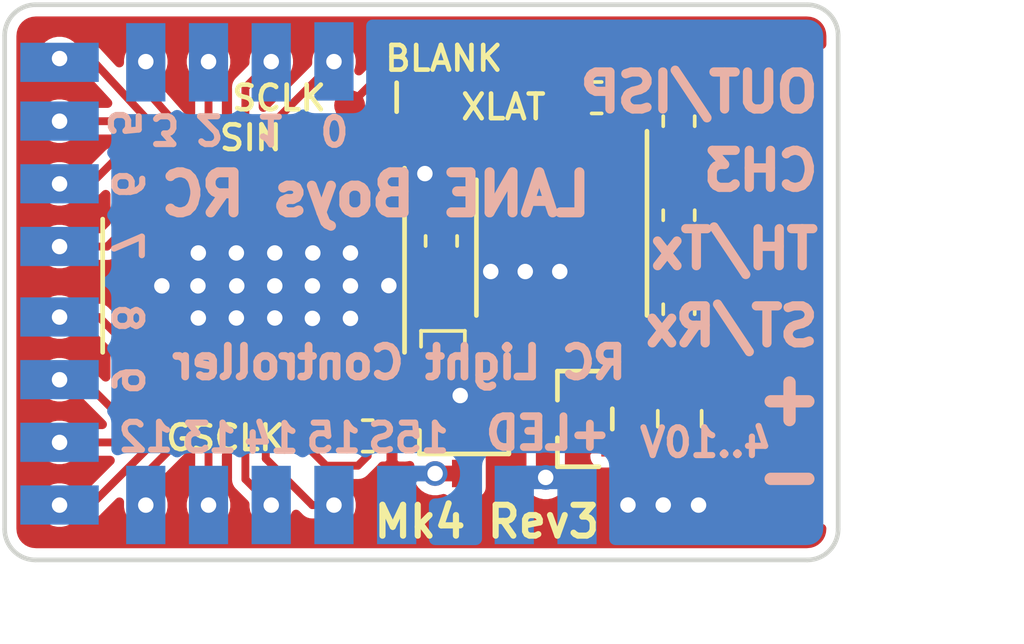
<source format=kicad_pcb>
(kicad_pcb (version 20171130) (host pcbnew 5.1.6-c6e7f7d~86~ubuntu18.04.1)

  (general
    (thickness 1.6)
    (drawings 72)
    (tracks 241)
    (zones 0)
    (modules 42)
    (nets 42)
  )

  (page A4)
  (layers
    (0 Top signal)
    (31 Bottom signal)
    (32 B.Adhes user hide)
    (33 F.Adhes user hide)
    (34 B.Paste user hide)
    (35 F.Paste user)
    (36 B.SilkS user)
    (37 F.SilkS user)
    (38 B.Mask user)
    (39 F.Mask user)
    (40 Dwgs.User user hide)
    (41 Cmts.User user)
    (42 Eco1.User user hide)
    (43 Eco2.User user hide)
    (44 Edge.Cuts user)
    (45 Margin user hide)
    (46 B.CrtYd user hide)
    (47 F.CrtYd user hide)
    (48 B.Fab user hide)
    (49 F.Fab user hide)
  )

  (setup
    (last_trace_width 0.254)
    (user_trace_width 0.2032)
    (user_trace_width 0.381)
    (user_trace_width 0.508)
    (user_trace_width 0.635)
    (user_trace_width 0.762)
    (trace_clearance 0.1778)
    (zone_clearance 0.508)
    (zone_45_only no)
    (trace_min 0.2)
    (via_size 0.8)
    (via_drill 0.5)
    (via_min_size 0.4)
    (via_min_drill 0.3)
    (uvia_size 0.3)
    (uvia_drill 0.1)
    (uvias_allowed no)
    (uvia_min_size 0.2)
    (uvia_min_drill 0.1)
    (edge_width 0.15)
    (segment_width 0.2)
    (pcb_text_width 0.3)
    (pcb_text_size 1.5 1.5)
    (mod_edge_width 0.15)
    (mod_text_size 1 1)
    (mod_text_width 0.15)
    (pad_size 1.524 1.524)
    (pad_drill 0.762)
    (pad_to_mask_clearance 0.0254)
    (solder_mask_min_width 0.1524)
    (pad_to_paste_clearance_ratio -0.05)
    (aux_axis_origin 135 114)
    (grid_origin 135 114)
    (visible_elements 7FFFFF7F)
    (pcbplotparams
      (layerselection 0x010f8_ffffffff)
      (usegerberextensions false)
      (usegerberattributes false)
      (usegerberadvancedattributes false)
      (creategerberjobfile false)
      (excludeedgelayer true)
      (linewidth 0.100000)
      (plotframeref false)
      (viasonmask false)
      (mode 1)
      (useauxorigin false)
      (hpglpennumber 1)
      (hpglpenspeed 20)
      (hpglpendiameter 15.000000)
      (psnegative false)
      (psa4output false)
      (plotreference true)
      (plotvalue true)
      (plotinvisibletext false)
      (padsonsilk false)
      (subtractmaskfromsilk true)
      (outputformat 1)
      (mirror false)
      (drillshape 0)
      (scaleselection 1)
      (outputdirectory "gerber/"))
  )

  (net 0 "")
  (net 1 +3V3)
  (net 2 GND)
  (net 3 "Net-(R1-Pad2)")
  (net 4 /GSCLK)
  (net 5 "Net-(U2-Pad24)")
  (net 6 "Net-(U2-Pad23)")
  (net 7 /SIN)
  (net 8 /SCLK)
  (net 9 /XLAT)
  (net 10 /BLANK)
  (net 11 /VIN)
  (net 12 "Net-(PAD3-Pad1)")
  (net 13 "Net-(PAD5-Pad1)")
  (net 14 /ST/RX)
  (net 15 /TH/TX)
  (net 16 "Net-(U$2-Pad11)")
  (net 17 /OUT-SWITCHED)
  (net 18 "Net-(U$2-Pad8)")
  (net 19 "Net-(U$2-Pad7)")
  (net 20 /OUT/ISP)
  (net 21 /CH3)
  (net 22 "Net-(PAD6-Pad1)")
  (net 23 "Net-(U$2-Pad3)")
  (net 24 "Net-(OUT0-Pad1)")
  (net 25 "Net-(OUT1-Pad1)")
  (net 26 "Net-(OUT2-Pad1)")
  (net 27 "Net-(OUT3-Pad1)")
  (net 28 "Net-(OUT4-Pad1)")
  (net 29 "Net-(OUT5-Pad1)")
  (net 30 "Net-(OUT6-Pad1)")
  (net 31 "Net-(OUT7-Pad1)")
  (net 32 "Net-(OUT8-Pad1)")
  (net 33 "Net-(OUT9-Pad1)")
  (net 34 "Net-(OUT10-Pad1)")
  (net 35 "Net-(OUT11-Pad1)")
  (net 36 "Net-(OUT12-Pad1)")
  (net 37 "Net-(OUT13-Pad1)")
  (net 38 "Net-(OUT14-Pad1)")
  (net 39 "Net-(OUT15-Pad1)")
  (net 40 "Net-(OUT15S1-Pad1)")
  (net 41 "Net-(PAD4-Pad1)")

  (net_class Default "This is the default net class."
    (clearance 0.1778)
    (trace_width 0.254)
    (via_dia 0.8)
    (via_drill 0.5)
    (uvia_dia 0.3)
    (uvia_drill 0.1)
    (diff_pair_width 0.2032)
    (diff_pair_gap 0.254)
    (add_net +3V3)
    (add_net /BLANK)
    (add_net /CH3)
    (add_net /GSCLK)
    (add_net /OUT-SWITCHED)
    (add_net /OUT/ISP)
    (add_net /SCLK)
    (add_net /SIN)
    (add_net /ST/RX)
    (add_net /TH/TX)
    (add_net /VIN)
    (add_net /XLAT)
    (add_net GND)
    (add_net "Net-(OUT0-Pad1)")
    (add_net "Net-(OUT1-Pad1)")
    (add_net "Net-(OUT10-Pad1)")
    (add_net "Net-(OUT11-Pad1)")
    (add_net "Net-(OUT12-Pad1)")
    (add_net "Net-(OUT13-Pad1)")
    (add_net "Net-(OUT14-Pad1)")
    (add_net "Net-(OUT15-Pad1)")
    (add_net "Net-(OUT15S1-Pad1)")
    (add_net "Net-(OUT2-Pad1)")
    (add_net "Net-(OUT3-Pad1)")
    (add_net "Net-(OUT4-Pad1)")
    (add_net "Net-(OUT5-Pad1)")
    (add_net "Net-(OUT6-Pad1)")
    (add_net "Net-(OUT7-Pad1)")
    (add_net "Net-(OUT8-Pad1)")
    (add_net "Net-(OUT9-Pad1)")
    (add_net "Net-(PAD3-Pad1)")
    (add_net "Net-(PAD4-Pad1)")
    (add_net "Net-(PAD5-Pad1)")
    (add_net "Net-(PAD6-Pad1)")
    (add_net "Net-(R1-Pad2)")
    (add_net "Net-(U$2-Pad11)")
    (add_net "Net-(U$2-Pad3)")
    (add_net "Net-(U$2-Pad7)")
    (add_net "Net-(U$2-Pad8)")
    (add_net "Net-(U2-Pad23)")
    (add_net "Net-(U2-Pad24)")
  )

  (module Package_SO:TSSOP-16_4.4x5mm_P0.65mm (layer Top) (tedit 5EE46882) (tstamp 5CB827E2)
    (at 153.0086 103.8781 270)
    (descr "16-Lead Plastic Thin Shrink Small Outline (ST)-4.4 mm Body [TSSOP] (see Microchip Packaging Specification 00000049BS.pdf)")
    (tags "SSOP 0.65")
    (path /563110E3)
    (solder_paste_margin -0.0127)
    (attr smd)
    (fp_text reference U$2 (at 0 -3.55 270) (layer F.SilkS) hide
      (effects (font (size 1 1) (thickness 0.15)))
    )
    (fp_text value LPC812 (at 0 0) (layer F.Fab)
      (effects (font (size 0.8 0.8) (thickness 0.2)))
    )
    (fp_line (start -3.775 -2.8) (end 2.2 -2.8) (layer F.SilkS) (width 0.15))
    (fp_line (start -2.2 2.725) (end 2.2 2.725) (layer F.SilkS) (width 0.15))
    (fp_line (start -3.95 2.8) (end 3.95 2.8) (layer F.CrtYd) (width 0.05))
    (fp_line (start -3.95 -2.9) (end 3.95 -2.9) (layer F.CrtYd) (width 0.05))
    (fp_line (start 3.95 -2.9) (end 3.95 2.8) (layer F.CrtYd) (width 0.05))
    (fp_line (start -3.95 -2.9) (end -3.95 2.8) (layer F.CrtYd) (width 0.05))
    (fp_line (start -2.2 -1.5) (end -1.2 -2.5) (layer F.Fab) (width 0.15))
    (fp_line (start -2.2 2.5) (end -2.2 -1.5) (layer F.Fab) (width 0.15))
    (fp_line (start 2.2 2.5) (end -2.2 2.5) (layer F.Fab) (width 0.15))
    (fp_line (start 2.2 -2.5) (end 2.2 2.5) (layer F.Fab) (width 0.15))
    (fp_line (start -1.2 -2.5) (end 2.2 -2.5) (layer F.Fab) (width 0.15))
    (fp_text user %R (at 0 0 270) (layer F.Fab) hide
      (effects (font (size 0.8 0.8) (thickness 0.15)))
    )
    (pad 1 smd rect (at -2.95 -2.275 270) (size 1.5 0.3556) (layers Top F.Paste F.Mask)
      (net 21 /CH3))
    (pad 2 smd rect (at -2.95 -1.625 270) (size 1.5 0.3556) (layers Top F.Paste F.Mask)
      (net 20 /OUT/ISP))
    (pad 3 smd rect (at -2.95 -0.975 270) (size 1.5 0.3556) (layers Top F.Paste F.Mask)
      (net 23 "Net-(U$2-Pad3)"))
    (pad 4 smd rect (at -2.95 -0.325 270) (size 1.5 0.3556) (layers Top F.Paste F.Mask)
      (net 15 /TH/TX))
    (pad 5 smd rect (at -2.95 0.325 270) (size 1.5 0.3556) (layers Top F.Paste F.Mask)
      (net 9 /XLAT))
    (pad 6 smd rect (at -2.95 0.975 270) (size 1.5 0.3556) (layers Top F.Paste F.Mask)
      (net 8 /SCLK))
    (pad 7 smd rect (at -2.95 1.625 270) (size 1.5 0.3556) (layers Top F.Paste F.Mask)
      (net 19 "Net-(U$2-Pad7)"))
    (pad 8 smd rect (at -2.95 2.275 270) (size 1.5 0.3556) (layers Top F.Paste F.Mask)
      (net 18 "Net-(U$2-Pad8)"))
    (pad 9 smd rect (at 2.95 2.275 270) (size 1.5 0.3556) (layers Top F.Paste F.Mask)
      (net 4 /GSCLK))
    (pad 10 smd rect (at 2.95 1.625 270) (size 1.5 0.3556) (layers Top F.Paste F.Mask)
      (net 17 /OUT-SWITCHED))
    (pad 11 smd rect (at 2.95 0.975 270) (size 1.5 0.3556) (layers Top F.Paste F.Mask)
      (net 16 "Net-(U$2-Pad11)"))
    (pad 12 smd rect (at 2.95 0.325 270) (size 1.5 0.3556) (layers Top F.Paste F.Mask)
      (net 1 +3V3))
    (pad 13 smd rect (at 2.95 -0.325 270) (size 1.5 0.3556) (layers Top F.Paste F.Mask)
      (net 2 GND))
    (pad 14 smd rect (at 2.95 -0.975 270) (size 1.5 0.3556) (layers Top F.Paste F.Mask)
      (net 7 /SIN))
    (pad 15 smd rect (at 2.95 -1.625 270) (size 1.5 0.3556) (layers Top F.Paste F.Mask)
      (net 10 /BLANK))
    (pad 16 smd rect (at 2.95 -2.275 270) (size 1.5 0.3556) (layers Top F.Paste F.Mask)
      (net 14 /ST/RX))
    (model ${KISYS3DMOD}/Package_SO.3dshapes/TSSOP-16_4.4x5mm_P0.65mm.wrl
      (at (xyz 0 0 0))
      (scale (xyz 1 1 1))
      (rotate (xyz 0 0 0))
    )
  )

  (module rc-light-controller-tlc5940-lpc812:SOT-23 (layer Top) (tedit 5CD16A06) (tstamp 5C81BCC1)
    (at 149.86 110.1852)
    (descr "<b>Small Outline Transistor</b>")
    (path /8692C711)
    (fp_text reference T1 (at -1.397 -3.302) (layer F.SilkS) hide
      (effects (font (size 1.2065 1.2065) (thickness 0.127)) (justify left bottom))
    )
    (fp_text value NMOSSOT23 (at -5.7668 5.161 90) (layer F.Fab) hide
      (effects (font (size 1.2065 1.2065) (thickness 0.127)) (justify left bottom))
    )
    (fp_line (start 1.4732 -0.381) (end 1.4732 0.381) (layer F.SilkS) (width 0.1524))
    (fp_line (start 1.4732 0.381) (end -1.4224 0.381) (layer F.SilkS) (width 0.1524))
    (fp_line (start -1.4224 0.381) (end -1.4224 -0.381) (layer F.SilkS) (width 0.1524))
    (fp_poly (pts (xy 0.7874 -0.4318) (xy 1.1684 -0.4318) (xy 1.1684 -0.9398) (xy 0.7874 -0.9398)) (layer F.Fab) (width 0))
    (fp_poly (pts (xy -1.143 -0.4318) (xy -0.762 -0.4318) (xy -0.762 -0.9398) (xy -1.143 -0.9398)) (layer F.Fab) (width 0))
    (fp_poly (pts (xy -0.1778 0.9398) (xy 0.2032 0.9398) (xy 0.2032 0.4318) (xy -0.1778 0.4318)) (layer F.Fab) (width 0))
    (pad 1 smd rect (at 0.0254 1.016) (size 0.7874 0.889) (layers Top F.Paste F.Mask)
      (net 40 "Net-(OUT15S1-Pad1)") (solder_mask_margin 0.0508))
    (pad 2 smd rect (at -0.9398 -1.016) (size 0.7874 0.889) (layers Top F.Paste F.Mask)
      (net 2 GND) (solder_mask_margin 0.0508))
    (pad 3 smd rect (at 0.9906 -1.016) (size 0.7874 0.889) (layers Top F.Paste F.Mask)
      (net 17 /OUT-SWITCHED) (solder_mask_margin 0.0508))
    (model ${KISYS3DMOD}/Package_TO_SOT_SMD.3dshapes/SOT-23.step
      (at (xyz 0 0 0))
      (scale (xyz 1 1 1))
      (rotate (xyz 0 0 90))
    )
  )

  (module rc-light-controller-tlc5940-lpc812:SOP65P640X120-29N (layer Top) (tedit 5CD12D38) (tstamp 5C82FD92)
    (at 143.1291 105.1136 270)
    (path /840783A6)
    (solder_paste_margin -0.0127)
    (fp_text reference U2 (at -3.4544 -5.715 270) (layer F.SilkS) hide
      (effects (font (size 1.97866 1.97866) (thickness 0.197866)) (justify left bottom))
    )
    (fp_text value TLC5940PWP (at 0.3012 4.0397) (layer F.Fab)
      (effects (font (size 0.8 0.8) (thickness 0.2)) (justify left bottom))
    )
    (fp_poly (pts (xy 0.254 2.159) (xy 0.889 2.159) (xy 0.889 2.794) (xy 0.254 2.794)) (layer F.Paste) (width 0.15))
    (fp_poly (pts (xy 0.254 0.92075) (xy 0.889 0.92075) (xy 0.889 1.55575) (xy 0.254 1.55575)) (layer F.Paste) (width 0.15))
    (fp_poly (pts (xy 0.254 -0.3175) (xy 0.889 -0.3175) (xy 0.889 0.3175) (xy 0.254 0.3175)) (layer F.Paste) (width 0.15))
    (fp_poly (pts (xy 0.254 -1.55575) (xy 0.889 -1.55575) (xy 0.889 -0.92075) (xy 0.254 -0.92075)) (layer F.Paste) (width 0.15))
    (fp_poly (pts (xy 0.254 -2.794) (xy 0.889 -2.794) (xy 0.889 -2.159) (xy 0.254 -2.159)) (layer F.Paste) (width 0.15))
    (fp_poly (pts (xy -0.889 2.159) (xy -0.254 2.159) (xy -0.254 2.794) (xy -0.889 2.794)) (layer F.Paste) (width 0.15))
    (fp_poly (pts (xy -0.889 0.92075) (xy -0.254 0.92075) (xy -0.254 1.55575) (xy -0.889 1.55575)) (layer F.Paste) (width 0.15))
    (fp_poly (pts (xy -0.889 -0.3175) (xy -0.254 -0.3175) (xy -0.254 0.3175) (xy -0.889 0.3175)) (layer F.Paste) (width 0.15))
    (fp_poly (pts (xy -0.889 -1.55575) (xy -0.254 -1.55575) (xy -0.254 -0.92075) (xy -0.889 -0.92075)) (layer F.Paste) (width 0.15))
    (fp_poly (pts (xy -0.889 -2.794) (xy -0.254 -2.794) (xy -0.254 -2.159) (xy -0.889 -2.159)) (layer F.Paste) (width 0.15))
    (fp_poly (pts (xy -0.889 -0.34925) (xy -0.254 -0.34925) (xy -0.254 0.28575) (xy -0.889 0.28575)) (layer F.Mask) (width 0.15))
    (fp_poly (pts (xy -0.889 -1.635125) (xy -0.254 -1.635125) (xy -0.254 -1.000125) (xy -0.889 -1.000125)) (layer F.Mask) (width 0.15))
    (fp_poly (pts (xy -0.889 2.2225) (xy -0.254 2.2225) (xy -0.254 2.8575) (xy -0.889 2.8575)) (layer F.Mask) (width 0.15))
    (fp_poly (pts (xy -0.889 -2.921) (xy -0.254 -2.921) (xy -0.254 -2.286) (xy -0.889 -2.286)) (layer F.Mask) (width 0.15))
    (fp_poly (pts (xy -0.889 0.936625) (xy -0.254 0.936625) (xy -0.254 1.571625) (xy -0.889 1.571625)) (layer F.Mask) (width 0.15))
    (fp_poly (pts (xy 0.254 2.2225) (xy 0.889 2.2225) (xy 0.889 2.8575) (xy 0.254 2.8575)) (layer F.Mask) (width 0.15))
    (fp_poly (pts (xy 0.254 0.936625) (xy 0.889 0.936625) (xy 0.889 1.571625) (xy 0.254 1.571625)) (layer F.Mask) (width 0.15))
    (fp_poly (pts (xy 0.254 -0.34925) (xy 0.889 -0.34925) (xy 0.889 0.28575) (xy 0.254 0.28575)) (layer F.Mask) (width 0.15))
    (fp_poly (pts (xy 0.254 -1.635125) (xy 0.889 -1.635125) (xy 0.889 -1.000125) (xy 0.254 -1.000125)) (layer F.Mask) (width 0.15))
    (fp_poly (pts (xy 0.254 -2.921) (xy 0.889 -2.921) (xy 0.889 -2.286) (xy 0.254 -2.286)) (layer F.Mask) (width 0.15))
    (fp_line (start -2.159 4.953) (end 2.159 4.953) (layer F.SilkS) (width 0.1524))
    (fp_line (start 2.159 -4.826) (end -3.81 -4.826) (layer F.SilkS) (width 0.1524))
    (fp_line (start -2.2606 -4.064) (end -2.2606 -4.3688) (layer F.Fab) (width 0.1))
    (fp_line (start -2.2606 -4.3688) (end -3.302 -4.3688) (layer F.Fab) (width 0.1))
    (fp_line (start -3.302 -4.3688) (end -3.302 -4.064) (layer F.Fab) (width 0.1))
    (fp_line (start -3.302 -4.064) (end -2.2606 -4.064) (layer F.Fab) (width 0.1))
    (fp_line (start -2.2606 -3.429) (end -2.2606 -3.7338) (layer F.Fab) (width 0.1))
    (fp_line (start -2.2606 -3.7338) (end -3.302 -3.7338) (layer F.Fab) (width 0.1))
    (fp_line (start -3.302 -3.7338) (end -3.302 -3.429) (layer F.Fab) (width 0.1))
    (fp_line (start -3.302 -3.429) (end -2.2606 -3.429) (layer F.Fab) (width 0.1))
    (fp_line (start -2.2606 -2.7686) (end -2.2606 -3.0734) (layer F.Fab) (width 0.1))
    (fp_line (start -2.2606 -3.0734) (end -3.302 -3.0734) (layer F.Fab) (width 0.1))
    (fp_line (start -3.302 -3.0734) (end -3.302 -2.7686) (layer F.Fab) (width 0.1))
    (fp_line (start -3.302 -2.7686) (end -2.2606 -2.7686) (layer F.Fab) (width 0.1))
    (fp_line (start -2.2606 -2.1336) (end -2.2606 -2.413) (layer F.Fab) (width 0.1))
    (fp_line (start -2.2606 -2.413) (end -3.302 -2.413) (layer F.Fab) (width 0.1))
    (fp_line (start -3.302 -2.413) (end -3.302 -2.1336) (layer F.Fab) (width 0.1))
    (fp_line (start -3.302 -2.1336) (end -2.2606 -2.1336) (layer F.Fab) (width 0.1))
    (fp_line (start -2.2606 -1.4732) (end -2.2606 -1.778) (layer F.Fab) (width 0.1))
    (fp_line (start -2.2606 -1.778) (end -3.302 -1.778) (layer F.Fab) (width 0.1))
    (fp_line (start -3.302 -1.778) (end -3.302 -1.4732) (layer F.Fab) (width 0.1))
    (fp_line (start -3.302 -1.4732) (end -2.2606 -1.4732) (layer F.Fab) (width 0.1))
    (fp_line (start -2.2606 -0.8128) (end -2.2606 -1.1176) (layer F.Fab) (width 0.1))
    (fp_line (start -2.2606 -1.1176) (end -3.302 -1.1176) (layer F.Fab) (width 0.1))
    (fp_line (start -3.302 -1.1176) (end -3.302 -0.8128) (layer F.Fab) (width 0.1))
    (fp_line (start -3.302 -0.8128) (end -2.2606 -0.8128) (layer F.Fab) (width 0.1))
    (fp_line (start -2.2606 -0.1778) (end -2.2606 -0.4826) (layer F.Fab) (width 0.1))
    (fp_line (start -2.2606 -0.4826) (end -3.302 -0.4826) (layer F.Fab) (width 0.1))
    (fp_line (start -3.302 -0.4826) (end -3.302 -0.1778) (layer F.Fab) (width 0.1))
    (fp_line (start -3.302 -0.1778) (end -2.2606 -0.1778) (layer F.Fab) (width 0.1))
    (fp_line (start -2.2606 0.4826) (end -2.2606 0.1778) (layer F.Fab) (width 0.1))
    (fp_line (start -2.2606 0.1778) (end -3.302 0.1778) (layer F.Fab) (width 0.1))
    (fp_line (start -3.302 0.1778) (end -3.302 0.4826) (layer F.Fab) (width 0.1))
    (fp_line (start -3.302 0.4826) (end -2.2606 0.4826) (layer F.Fab) (width 0.1))
    (fp_line (start -2.2606 1.1176) (end -2.2606 0.8128) (layer F.Fab) (width 0.1))
    (fp_line (start -2.2606 0.8128) (end -3.302 0.8128) (layer F.Fab) (width 0.1))
    (fp_line (start -3.302 0.8128) (end -3.302 1.1176) (layer F.Fab) (width 0.1))
    (fp_line (start -3.302 1.1176) (end -2.2606 1.1176) (layer F.Fab) (width 0.1))
    (fp_line (start -2.2606 1.778) (end -2.2606 1.4732) (layer F.Fab) (width 0.1))
    (fp_line (start -2.2606 1.4732) (end -3.302 1.4732) (layer F.Fab) (width 0.1))
    (fp_line (start -3.302 1.4732) (end -3.302 1.778) (layer F.Fab) (width 0.1))
    (fp_line (start -3.302 1.778) (end -2.2606 1.778) (layer F.Fab) (width 0.1))
    (fp_line (start -2.2606 2.413) (end -2.2606 2.1336) (layer F.Fab) (width 0.1))
    (fp_line (start -2.2606 2.1336) (end -3.302 2.1336) (layer F.Fab) (width 0.1))
    (fp_line (start -3.302 2.1336) (end -3.302 2.413) (layer F.Fab) (width 0.1))
    (fp_line (start -3.302 2.413) (end -2.2606 2.413) (layer F.Fab) (width 0.1))
    (fp_line (start -2.2606 3.0734) (end -2.2606 2.7686) (layer F.Fab) (width 0.1))
    (fp_line (start -2.2606 2.7686) (end -3.302 2.7686) (layer F.Fab) (width 0.1))
    (fp_line (start -3.302 2.7686) (end -3.302 3.0734) (layer F.Fab) (width 0.1))
    (fp_line (start -3.302 3.0734) (end -2.2606 3.0734) (layer F.Fab) (width 0.1))
    (fp_line (start -2.2606 3.7338) (end -2.2606 3.429) (layer F.Fab) (width 0.1))
    (fp_line (start -2.2606 3.429) (end -3.302 3.429) (layer F.Fab) (width 0.1))
    (fp_line (start -3.302 3.429) (end -3.302 3.7338) (layer F.Fab) (width 0.1))
    (fp_line (start -3.302 3.7338) (end -2.2606 3.7338) (layer F.Fab) (width 0.1))
    (fp_line (start -2.2606 4.3688) (end -2.2606 4.064) (layer F.Fab) (width 0.1))
    (fp_line (start -2.2606 4.064) (end -3.302 4.064) (layer F.Fab) (width 0.1))
    (fp_line (start -3.302 4.064) (end -3.302 4.3688) (layer F.Fab) (width 0.1))
    (fp_line (start -3.302 4.3688) (end -2.2606 4.3688) (layer F.Fab) (width 0.1))
    (fp_line (start 2.2606 4.064) (end 2.2606 4.3688) (layer F.Fab) (width 0.1))
    (fp_line (start 2.2606 4.3688) (end 3.302 4.3688) (layer F.Fab) (width 0.1))
    (fp_line (start 3.302 4.3688) (end 3.302 4.064) (layer F.Fab) (width 0.1))
    (fp_line (start 3.302 4.064) (end 2.2606 4.064) (layer F.Fab) (width 0.1))
    (fp_line (start 2.2606 3.429) (end 2.2606 3.7338) (layer F.Fab) (width 0.1))
    (fp_line (start 2.2606 3.7338) (end 3.302 3.7338) (layer F.Fab) (width 0.1))
    (fp_line (start 3.302 3.7338) (end 3.302 3.429) (layer F.Fab) (width 0.1))
    (fp_line (start 3.302 3.429) (end 2.2606 3.429) (layer F.Fab) (width 0.1))
    (fp_line (start 2.2606 2.7686) (end 2.2606 3.0734) (layer F.Fab) (width 0.1))
    (fp_line (start 2.2606 3.0734) (end 3.302 3.0734) (layer F.Fab) (width 0.1))
    (fp_line (start 3.302 3.0734) (end 3.302 2.7686) (layer F.Fab) (width 0.1))
    (fp_line (start 3.302 2.7686) (end 2.2606 2.7686) (layer F.Fab) (width 0.1))
    (fp_line (start 2.2606 2.1336) (end 2.2606 2.413) (layer F.Fab) (width 0.1))
    (fp_line (start 2.2606 2.413) (end 3.302 2.413) (layer F.Fab) (width 0.1))
    (fp_line (start 3.302 2.413) (end 3.302 2.1336) (layer F.Fab) (width 0.1))
    (fp_line (start 3.302 2.1336) (end 2.2606 2.1336) (layer F.Fab) (width 0.1))
    (fp_line (start 2.2606 1.4732) (end 2.2606 1.778) (layer F.Fab) (width 0.1))
    (fp_line (start 2.2606 1.778) (end 3.302 1.778) (layer F.Fab) (width 0.1))
    (fp_line (start 3.302 1.778) (end 3.302 1.4732) (layer F.Fab) (width 0.1))
    (fp_line (start 3.302 1.4732) (end 2.2606 1.4732) (layer F.Fab) (width 0.1))
    (fp_line (start 2.2606 0.8128) (end 2.2606 1.1176) (layer F.Fab) (width 0.1))
    (fp_line (start 2.2606 1.1176) (end 3.302 1.1176) (layer F.Fab) (width 0.1))
    (fp_line (start 3.302 1.1176) (end 3.302 0.8128) (layer F.Fab) (width 0.1))
    (fp_line (start 3.302 0.8128) (end 2.2606 0.8128) (layer F.Fab) (width 0.1))
    (fp_line (start 2.2606 0.1778) (end 2.2606 0.4826) (layer F.Fab) (width 0.1))
    (fp_line (start 2.2606 0.4826) (end 3.302 0.4826) (layer F.Fab) (width 0.1))
    (fp_line (start 3.302 0.4826) (end 3.302 0.1778) (layer F.Fab) (width 0.1))
    (fp_line (start 3.302 0.1778) (end 2.2606 0.1778) (layer F.Fab) (width 0.1))
    (fp_line (start 2.2606 -0.4826) (end 2.2606 -0.1778) (layer F.Fab) (width 0.1))
    (fp_line (start 2.2606 -0.1778) (end 3.302 -0.1778) (layer F.Fab) (width 0.1))
    (fp_line (start 3.302 -0.1778) (end 3.302 -0.4826) (layer F.Fab) (width 0.1))
    (fp_line (start 3.302 -0.4826) (end 2.2606 -0.4826) (layer F.Fab) (width 0.1))
    (fp_line (start 2.2606 -1.1176) (end 2.2606 -0.8128) (layer F.Fab) (width 0.1))
    (fp_line (start 2.2606 -0.8128) (end 3.302 -0.8128) (layer F.Fab) (width 0.1))
    (fp_line (start 3.302 -0.8128) (end 3.302 -1.1176) (layer F.Fab) (width 0.1))
    (fp_line (start 3.302 -1.1176) (end 2.2606 -1.1176) (layer F.Fab) (width 0.1))
    (fp_line (start 2.2606 -1.778) (end 2.2606 -1.4732) (layer F.Fab) (width 0.1))
    (fp_line (start 2.2606 -1.4732) (end 3.302 -1.4732) (layer F.Fab) (width 0.1))
    (fp_line (start 3.302 -1.4732) (end 3.302 -1.778) (layer F.Fab) (width 0.1))
    (fp_line (start 3.302 -1.778) (end 2.2606 -1.778) (layer F.Fab) (width 0.1))
    (fp_line (start 2.2606 -2.413) (end 2.2606 -2.1336) (layer F.Fab) (width 0.1))
    (fp_line (start 2.2606 -2.1336) (end 3.302 -2.1336) (layer F.Fab) (width 0.1))
    (fp_line (start 3.302 -2.1336) (end 3.302 -2.413) (layer F.Fab) (width 0.1))
    (fp_line (start 3.302 -2.413) (end 2.2606 -2.413) (layer F.Fab) (width 0.1))
    (fp_line (start 2.2606 -3.0734) (end 2.2606 -2.7686) (layer F.Fab) (width 0.1))
    (fp_line (start 2.2606 -2.7686) (end 3.302 -2.7686) (layer F.Fab) (width 0.1))
    (fp_line (start 3.302 -2.7686) (end 3.302 -3.0734) (layer F.Fab) (width 0.1))
    (fp_line (start 3.302 -3.0734) (end 2.2606 -3.0734) (layer F.Fab) (width 0.1))
    (fp_line (start 2.2606 -3.7338) (end 2.2606 -3.429) (layer F.Fab) (width 0.1))
    (fp_line (start 2.2606 -3.429) (end 3.302 -3.429) (layer F.Fab) (width 0.1))
    (fp_line (start 3.302 -3.429) (end 3.302 -3.7338) (layer F.Fab) (width 0.1))
    (fp_line (start 3.302 -3.7338) (end 2.2606 -3.7338) (layer F.Fab) (width 0.1))
    (fp_line (start 2.2606 -4.3688) (end 2.2606 -4.064) (layer F.Fab) (width 0.1))
    (fp_line (start 2.2606 -4.064) (end 3.302 -4.064) (layer F.Fab) (width 0.1))
    (fp_line (start 3.302 -4.064) (end 3.302 -4.3688) (layer F.Fab) (width 0.1))
    (fp_line (start 3.302 -4.3688) (end 2.2606 -4.3688) (layer F.Fab) (width 0.1))
    (fp_line (start -2.2606 4.9022) (end 2.2606 4.9022) (layer F.Fab) (width 0.1))
    (fp_line (start 2.2606 4.9022) (end 2.2606 -4.9022) (layer F.Fab) (width 0.1))
    (fp_line (start 2.2606 -4.9022) (end 0.3048 -4.9022) (layer F.Fab) (width 0.1))
    (fp_line (start 0.3048 -4.9022) (end -0.3048 -4.9022) (layer F.Fab) (width 0.1))
    (fp_line (start -0.3048 -4.9022) (end -2.2606 -4.9022) (layer F.Fab) (width 0.1))
    (fp_line (start -2.2606 -4.9022) (end -2.2606 4.9022) (layer F.Fab) (width 0.1))
    (fp_text user * (at -3.7592 -4.445 270) (layer F.Fab)
      (effects (font (size 1.2065 1.2065) (thickness 0.0762)) (justify left bottom))
    )
    (fp_text user * (at -3.8946 -5.3466 270) (layer F.SilkS) hide
      (effects (font (size 1.2065 1.2065) (thickness 0.0762)) (justify left bottom))
    )
    (fp_arc (start 0 -4.9022) (end 0.3048 -4.9022) (angle 180) (layer F.Fab) (width 0.1))
    (pad 29 smd rect (at 0 0 270) (size 2.3876 6.1722) (layers Top F.Mask)
      (net 2 GND) (solder_mask_margin 0.0508) (zone_connect 2))
    (pad 28 smd rect (at 2.921 -4.2164 270) (size 1.4732 0.3556) (layers Top F.Paste F.Mask)
      (net 1 +3V3) (solder_mask_margin 0.0508))
    (pad 27 smd rect (at 2.921 -3.5814 270) (size 1.4732 0.3556) (layers Top F.Paste F.Mask)
      (net 3 "Net-(R1-Pad2)") (solder_mask_margin 0.0508))
    (pad 26 smd rect (at 2.921 -2.921 270) (size 1.4732 0.3556) (layers Top F.Paste F.Mask)
      (net 1 +3V3) (solder_mask_margin 0.0508))
    (pad 25 smd rect (at 2.921 -2.286 270) (size 1.4732 0.3556) (layers Top F.Paste F.Mask)
      (net 4 /GSCLK) (solder_mask_margin 0.0508))
    (pad 24 smd rect (at 2.921 -1.6256 270) (size 1.4732 0.3556) (layers Top F.Paste F.Mask)
      (net 5 "Net-(U2-Pad24)") (solder_mask_margin 0.0508))
    (pad 23 smd rect (at 2.921 -0.9652 270) (size 1.4732 0.3556) (layers Top F.Paste F.Mask)
      (net 6 "Net-(U2-Pad23)") (solder_mask_margin 0.0508))
    (pad 22 smd rect (at 2.921 -0.3302 270) (size 1.4732 0.3556) (layers Top F.Paste F.Mask)
      (net 39 "Net-(OUT15-Pad1)") (solder_mask_margin 0.0508))
    (pad 21 smd rect (at 2.921 0.3302 270) (size 1.4732 0.3556) (layers Top F.Paste F.Mask)
      (net 38 "Net-(OUT14-Pad1)") (solder_mask_margin 0.0508))
    (pad 20 smd rect (at 2.921 0.9652 270) (size 1.4732 0.3556) (layers Top F.Paste F.Mask)
      (net 37 "Net-(OUT13-Pad1)") (solder_mask_margin 0.0508))
    (pad 19 smd rect (at 2.921 1.6256 270) (size 1.4732 0.3556) (layers Top F.Paste F.Mask)
      (net 36 "Net-(OUT12-Pad1)") (solder_mask_margin 0.0508))
    (pad 18 smd rect (at 2.921 2.286 270) (size 1.4732 0.3556) (layers Top F.Paste F.Mask)
      (net 35 "Net-(OUT11-Pad1)") (solder_mask_margin 0.0508))
    (pad 17 smd rect (at 2.921 2.921 270) (size 1.4732 0.3556) (layers Top F.Paste F.Mask)
      (net 34 "Net-(OUT10-Pad1)") (solder_mask_margin 0.0508))
    (pad 16 smd rect (at 2.921 3.5814 270) (size 1.4732 0.3556) (layers Top F.Paste F.Mask)
      (net 33 "Net-(OUT9-Pad1)") (solder_mask_margin 0.0508))
    (pad 15 smd rect (at 2.921 4.2164 270) (size 1.4732 0.3556) (layers Top F.Paste F.Mask)
      (net 32 "Net-(OUT8-Pad1)") (solder_mask_margin 0.0508))
    (pad 14 smd rect (at -2.921 4.2164 270) (size 1.4732 0.3556) (layers Top F.Paste F.Mask)
      (net 31 "Net-(OUT7-Pad1)") (solder_mask_margin 0.0508))
    (pad 13 smd rect (at -2.921 3.5814 270) (size 1.4732 0.3556) (layers Top F.Paste F.Mask)
      (net 30 "Net-(OUT6-Pad1)") (solder_mask_margin 0.0508))
    (pad 12 smd rect (at -2.921 2.921 270) (size 1.4732 0.3556) (layers Top F.Paste F.Mask)
      (net 29 "Net-(OUT5-Pad1)") (solder_mask_margin 0.0508))
    (pad 11 smd rect (at -2.921 2.286 270) (size 1.4732 0.3556) (layers Top F.Paste F.Mask)
      (net 28 "Net-(OUT4-Pad1)") (solder_mask_margin 0.0508))
    (pad 10 smd rect (at -2.921 1.6256 270) (size 1.4732 0.3556) (layers Top F.Paste F.Mask)
      (net 27 "Net-(OUT3-Pad1)") (solder_mask_margin 0.0508))
    (pad 9 smd rect (at -2.921 0.9652 270) (size 1.4732 0.3556) (layers Top F.Paste F.Mask)
      (net 26 "Net-(OUT2-Pad1)") (solder_mask_margin 0.0508))
    (pad 8 smd rect (at -2.921 0.3302 270) (size 1.4732 0.3556) (layers Top F.Paste F.Mask)
      (net 25 "Net-(OUT1-Pad1)") (solder_mask_margin 0.0508))
    (pad 7 smd rect (at -2.921 -0.3302 270) (size 1.4732 0.3556) (layers Top F.Paste F.Mask)
      (net 24 "Net-(OUT0-Pad1)") (solder_mask_margin 0.0508))
    (pad 6 smd rect (at -2.921 -0.9652 270) (size 1.4732 0.3556) (layers Top F.Paste F.Mask)
      (net 1 +3V3) (solder_mask_margin 0.0508))
    (pad 5 smd rect (at -2.921 -1.6256 270) (size 1.4732 0.3556) (layers Top F.Paste F.Mask)
      (net 7 /SIN) (solder_mask_margin 0.0508))
    (pad 4 smd rect (at -2.921 -2.286 270) (size 1.4732 0.3556) (layers Top F.Paste F.Mask)
      (net 8 /SCLK) (solder_mask_margin 0.0508))
    (pad 3 smd rect (at -2.921 -2.921 270) (size 1.4732 0.3556) (layers Top F.Paste F.Mask)
      (net 9 /XLAT) (solder_mask_margin 0.0508))
    (pad 2 smd rect (at -2.921 -3.5814 270) (size 1.4732 0.3556) (layers Top F.Paste F.Mask)
      (net 10 /BLANK) (solder_mask_margin 0.0508))
    (pad 1 smd rect (at -2.921 -4.2164 270) (size 1.4732 0.3556) (layers Top F.Paste F.Mask)
      (net 2 GND) (solder_mask_margin 0.0508))
    (model ${KISYS3DMOD}/Package_SO.3dshapes/HTSSOP-28-1EP_4.4x9.7mm_P0.65mm_EP3.4x9.5mm.step
      (at (xyz 0 0 0))
      (scale (xyz 1 1 1))
      (rotate (xyz 0 0 0))
    )
  )

  (module Capacitor_SMD:C_0805_2012Metric (layer Top) (tedit 5CD12D21) (tstamp 5C81F495)
    (at 149.1996 106.8324 270)
    (descr "Capacitor SMD 0805 (2012 Metric), square (rectangular) end terminal, IPC_7351 nominal, (Body size source: https://docs.google.com/spreadsheets/d/1BsfQQcO9C6DZCsRaXUlFlo91Tg2WpOkGARC1WS5S8t0/edit?usp=sharing), generated with kicad-footprint-generator")
    (tags capacitor)
    (path /5C870864)
    (attr smd)
    (fp_text reference C2 (at 0 -1.65 270) (layer F.SilkS) hide
      (effects (font (size 1 1) (thickness 0.15)))
    )
    (fp_text value 47u/6V3 (at 0.1572 -3.3772) (layer F.Fab)
      (effects (font (size 0.8 0.8) (thickness 0.15)))
    )
    (fp_line (start -0.254 -0.7112) (end -0.254 0.7112) (layer F.SilkS) (width 0.12))
    (fp_line (start 1.68 0.95) (end -1.68 0.95) (layer F.CrtYd) (width 0.05))
    (fp_line (start 1.68 -0.95) (end 1.68 0.95) (layer F.CrtYd) (width 0.05))
    (fp_line (start -1.68 -0.95) (end 1.68 -0.95) (layer F.CrtYd) (width 0.05))
    (fp_line (start -1.68 0.95) (end -1.68 -0.95) (layer F.CrtYd) (width 0.05))
    (fp_line (start -0.258578 0.71) (end 0.258578 0.71) (layer F.SilkS) (width 0.12))
    (fp_line (start -0.258578 -0.71) (end 0.258578 -0.71) (layer F.SilkS) (width 0.12))
    (fp_line (start 1 0.6) (end -1 0.6) (layer F.Fab) (width 0.1))
    (fp_line (start 1 -0.6) (end 1 0.6) (layer F.Fab) (width 0.1))
    (fp_line (start -1 -0.6) (end 1 -0.6) (layer F.Fab) (width 0.1))
    (fp_line (start -1 0.6) (end -1 -0.6) (layer F.Fab) (width 0.1))
    (fp_text user %R (at 0 0 270) (layer F.Fab)
      (effects (font (size 0.5 0.5) (thickness 0.08)))
    )
    (pad 1 smd roundrect (at -0.9375 0 270) (size 0.975 1.4) (layers Top F.Paste F.Mask) (roundrect_rratio 0.25)
      (net 1 +3V3))
    (pad 2 smd roundrect (at 0.9375 0 270) (size 0.975 1.4) (layers Top F.Paste F.Mask) (roundrect_rratio 0.25)
      (net 2 GND))
    (model ${KISYS3DMOD}/Capacitor_SMD.3dshapes/C_0805_2012Metric.wrl
      (at (xyz 0 0 0))
      (scale (xyz 1 1 1))
      (rotate (xyz 0 0 0))
    )
  )

  (module rc-light-controller-tlc5940-lpc812:SOT95P300X145-3N (layer Top) (tedit 5C81BE4A) (tstamp 5C81BBC1)
    (at 153.7971 109.4316 90)
    (path /09B5DC2D)
    (fp_text reference U$1 (at -4.2418 -2.413 90) (layer F.SilkS) hide
      (effects (font (size 1.97866 1.97866) (thickness 0.197866)) (justify left bottom))
    )
    (fp_text value 3V3 (at -1.0378 0.4307 90) (layer F.Fab)
      (effects (font (size 0.77216 0.77216) (thickness 0.115824)) (justify left bottom))
    )
    (fp_line (start -0.6858 0.889) (end -1.1938 0.889) (layer F.Fab) (width 0.1524))
    (fp_line (start -1.1938 0.889) (end -1.1938 1.4986) (layer F.Fab) (width 0.1524))
    (fp_line (start -1.1938 1.4986) (end -0.6858 1.4986) (layer F.Fab) (width 0.1524))
    (fp_line (start -0.6858 1.4986) (end -0.6858 0.889) (layer F.Fab) (width 0.1524))
    (fp_line (start 1.1938 0.889) (end 0.6858 0.889) (layer F.Fab) (width 0.1524))
    (fp_line (start 0.6858 0.889) (end 0.6858 1.4986) (layer F.Fab) (width 0.1524))
    (fp_line (start 0.6858 1.4986) (end 1.1938 1.4986) (layer F.Fab) (width 0.1524))
    (fp_line (start 1.1938 1.4986) (end 1.1938 0.889) (layer F.Fab) (width 0.1524))
    (fp_line (start -0.254 -0.889) (end 0.254 -0.889) (layer F.Fab) (width 0.1524))
    (fp_line (start 0.254 -0.889) (end 0.254 -1.4986) (layer F.Fab) (width 0.1524))
    (fp_line (start 0.254 -1.4986) (end -0.254 -1.4986) (layer F.Fab) (width 0.1524))
    (fp_line (start -0.254 -1.4986) (end -0.254 -0.889) (layer F.Fab) (width 0.1524))
    (fp_line (start -1.5494 0.889) (end 1.5494 0.889) (layer F.Fab) (width 0.1524))
    (fp_line (start 1.5494 0.889) (end 1.5494 -0.889) (layer F.Fab) (width 0.1524))
    (fp_line (start 1.5494 -0.889) (end -1.5494 -0.889) (layer F.Fab) (width 0.1524))
    (fp_line (start -1.5494 -0.889) (end -1.5494 0.889) (layer F.Fab) (width 0.1524))
    (fp_line (start -0.6096 -0.889) (end -1.5494 -0.889) (layer F.SilkS) (width 0.1524))
    (fp_line (start -0.3302 0.889) (end 0.3302 0.889) (layer F.SilkS) (width 0.1524))
    (fp_line (start 1.5494 0.4572) (end 1.5494 -0.889) (layer F.SilkS) (width 0.1524))
    (fp_line (start 1.5494 -0.889) (end 0.6096 -0.889) (layer F.SilkS) (width 0.1524))
    (fp_line (start -1.5494 -0.889) (end -1.5494 0.4572) (layer F.SilkS) (width 0.1524))
    (pad 3 smd rect (at 0 -1.1938 90) (size 0.5588 1.3208) (layers Top F.Paste F.Mask)
      (net 11 /VIN) (solder_mask_margin 0.0508))
    (pad 2 smd rect (at 0.9398 1.1938 90) (size 0.5588 1.3208) (layers Top F.Paste F.Mask)
      (net 1 +3V3) (solder_mask_margin 0.0508))
    (pad 1 smd rect (at -0.9398 1.1938 90) (size 0.5588 1.3208) (layers Top F.Paste F.Mask)
      (net 2 GND) (solder_mask_margin 0.0508))
    (model ${KISYS3DMOD}/Package_TO_SOT_SMD.3dshapes/SOT-23W.step
      (at (xyz 0 0 0))
      (scale (xyz 1 1 1))
      (rotate (xyz 0 0 -90))
    )
  )

  (module rc-light-controller-tlc5940-lpc812:SMD80X120 (layer Top) (tedit 5CD12C42) (tstamp 5C81BBDC)
    (at 159.8931 108.9236 90)
    (descr "<b>SMD PAD</b>")
    (path /1C475C6D)
    (fp_text reference PAD1 (at -1.27 1.524) (layer F.SilkS) hide
      (effects (font (size 0.77216 0.77216) (thickness 0.115824)) (justify right top))
    )
    (fp_text value + (at 2.032 1.524 180) (layer F.Fab) hide
      (effects (font (size 1.6891 1.6891) (thickness 0.253365)) (justify right top))
    )
    (pad 1 smd rect (at 0 0 90) (size 2.032 3.048) (layers Top F.Mask)
      (net 11 /VIN) (solder_mask_margin 0.0508))
  )

  (module rc-light-controller-tlc5940-lpc812:SMD80X120 (layer Top) (tedit 5CD12C45) (tstamp 5C81BBE0)
    (at 159.8931 111.4636 90)
    (descr "<b>SMD PAD</b>")
    (path /A0CD53A2)
    (fp_text reference PAD2 (at -1.27 1.524) (layer F.SilkS) hide
      (effects (font (size 0.77216 0.77216) (thickness 0.115824)) (justify right top))
    )
    (fp_text value - (at 2.032 1.524 180) (layer F.Fab) hide
      (effects (font (size 1.59258 1.59258) (thickness 0.238887)) (justify right top))
    )
    (pad 1 smd rect (at 0 0 90) (size 2.032 3.048) (layers Top F.Mask)
      (net 2 GND) (solder_mask_margin 0.0508))
  )

  (module rc-light-controller-tlc5940-lpc812:SMD80X120 (layer Top) (tedit 5CD12C3B) (tstamp 5C81BBE4)
    (at 159.8931 106.3836 90)
    (descr "<b>SMD PAD</b>")
    (path /1CFA7EBC)
    (fp_text reference PAD3 (at -1.27 1.524) (layer F.SilkS) hide
      (effects (font (size 0.77216 0.77216) (thickness 0.115824)) (justify right top))
    )
    (fp_text value ST/Rx (at 2.032 1.524 180) (layer F.Fab) hide
      (effects (font (size 1.08585 1.08585) (thickness 0.162877)) (justify right top))
    )
    (pad 1 smd rect (at 0 0 90) (size 2.032 3.048) (layers Top F.Mask)
      (net 12 "Net-(PAD3-Pad1)") (solder_mask_margin 0.0508))
  )

  (module rc-light-controller-tlc5940-lpc812:SMD80X120 (layer Top) (tedit 5CD12C3F) (tstamp 5C81BBE8)
    (at 159.892 101.3 90)
    (descr "<b>SMD PAD</b>")
    (path /411DFD1A)
    (fp_text reference PAD5 (at -1.27 1.524) (layer F.SilkS) hide
      (effects (font (size 0.77216 0.77216) (thickness 0.115824)) (justify right top))
    )
    (fp_text value CH3 (at 2.032 1.524 180) (layer F.Fab) hide
      (effects (font (size 1.08585 1.08585) (thickness 0.162877)) (justify right top))
    )
    (pad 1 smd rect (at 0 0 90) (size 2.032 3.048) (layers Top F.Mask)
      (net 13 "Net-(PAD5-Pad1)") (solder_mask_margin 0.0508))
  )

  (module rc-light-controller-tlc5940-lpc812:SMD80X120 (layer Top) (tedit 5CD12D2C) (tstamp 5C81BC8E)
    (at 159.892 98.76 90)
    (descr "<b>SMD PAD</b>")
    (path /6D080C98)
    (fp_text reference PAD6 (at -1.27 1.524) (layer F.SilkS) hide
      (effects (font (size 0.77216 0.77216) (thickness 0.115824)) (justify right top))
    )
    (fp_text value OUT/ISP (at 2.032 1.524 180) (layer F.Fab) hide
      (effects (font (size 1.08585 1.08585) (thickness 0.162877)) (justify right top))
    )
    (pad 1 smd rect (at 0 0 90) (size 2.032 3.048) (layers Top F.Mask)
      (net 22 "Net-(PAD6-Pad1)") (solder_mask_margin 0.0508))
  )

  (module rc-light-controller-tlc5940-lpc812:TP10R (layer Top) (tedit 5C81BE32) (tstamp 5C81BCAE)
    (at 146.176 99.268)
    (descr "<b>TEST PAD</b>")
    (path /9469FDAA)
    (fp_text reference TP1 (at -0.5001 -0.5499) (layer F.SilkS) hide
      (effects (font (size 1.2065 1.2065) (thickness 0.09652)) (justify left bottom))
    )
    (fp_text value SWDIO (at -0.381 0.508) (layer F.Fab) hide
      (effects (font (size 0.02413 0.02413) (thickness 0.002032)) (justify left bottom))
    )
    (fp_text user >TP_SIGNAL_NAME (at 0 1.905) (layer Dwgs.User)
      (effects (font (size 0.95 0.95) (thickness 0.08)) (justify left bottom))
    )
    (pad TP smd roundrect (at 0 0) (size 1 1) (layers Top F.Mask) (roundrect_rratio 0.5)
      (net 8 /SCLK) (solder_mask_margin 0.0508))
  )

  (module rc-light-controller-tlc5940-lpc812:TP10R (layer Top) (tedit 5C81BE35) (tstamp 5CCB7A40)
    (at 149.224 99.268)
    (descr "<b>TEST PAD</b>")
    (path /900ADAA4)
    (fp_text reference TP2 (at -0.5001 -0.5499) (layer F.SilkS) hide
      (effects (font (size 1.2065 1.2065) (thickness 0.09652)) (justify left bottom))
    )
    (fp_text value SWCLK (at -0.381 0.508) (layer F.Fab) hide
      (effects (font (size 0.02413 0.02413) (thickness 0.002032)) (justify left bottom))
    )
    (fp_text user >TP_SIGNAL_NAME (at 0 1.905) (layer Dwgs.User)
      (effects (font (size 0.95 0.95) (thickness 0.08)) (justify left bottom))
    )
    (pad TP smd roundrect (at 0 0) (size 1 1) (layers Top F.Mask) (roundrect_rratio 0.5)
      (net 9 /XLAT) (solder_mask_margin 0.0508))
  )

  (module Capacitor_SMD:C_0603_1608Metric (layer Top) (tedit 5C81BE72) (tstamp 5C81DB1F)
    (at 149.1478 103.6622 270)
    (descr "Capacitor SMD 0603 (1608 Metric), square (rectangular) end terminal, IPC_7351 nominal, (Body size source: http://www.tortai-tech.com/upload/download/2011102023233369053.pdf), generated with kicad-footprint-generator")
    (tags capacitor)
    (path /4A30DC6E)
    (attr smd)
    (fp_text reference C3 (at 0 -1.43 270) (layer F.SilkS) hide
      (effects (font (size 1 1) (thickness 0.15)))
    )
    (fp_text value 100n (at -2.8146 0.0518 270) (layer F.Fab)
      (effects (font (size 1 1) (thickness 0.15)))
    )
    (fp_line (start 1.48 0.73) (end -1.48 0.73) (layer F.CrtYd) (width 0.05))
    (fp_line (start 1.48 -0.73) (end 1.48 0.73) (layer F.CrtYd) (width 0.05))
    (fp_line (start -1.48 -0.73) (end 1.48 -0.73) (layer F.CrtYd) (width 0.05))
    (fp_line (start -1.48 0.73) (end -1.48 -0.73) (layer F.CrtYd) (width 0.05))
    (fp_line (start -0.162779 0.51) (end 0.162779 0.51) (layer F.SilkS) (width 0.12))
    (fp_line (start -0.162779 -0.51) (end 0.162779 -0.51) (layer F.SilkS) (width 0.12))
    (fp_line (start 0.8 0.4) (end -0.8 0.4) (layer F.Fab) (width 0.1))
    (fp_line (start 0.8 -0.4) (end 0.8 0.4) (layer F.Fab) (width 0.1))
    (fp_line (start -0.8 -0.4) (end 0.8 -0.4) (layer F.Fab) (width 0.1))
    (fp_line (start -0.8 0.4) (end -0.8 -0.4) (layer F.Fab) (width 0.1))
    (fp_text user %R (at 0 0 270) (layer F.Fab)
      (effects (font (size 0.4 0.4) (thickness 0.06)))
    )
    (pad 1 smd roundrect (at -0.7875 0 270) (size 0.875 0.95) (layers Top F.Paste F.Mask) (roundrect_rratio 0.25)
      (net 2 GND))
    (pad 2 smd roundrect (at 0.7875 0 270) (size 0.875 0.95) (layers Top F.Paste F.Mask) (roundrect_rratio 0.25)
      (net 1 +3V3))
    (model ${KISYS3DMOD}/Capacitor_SMD.3dshapes/C_0603_1608Metric.wrl
      (at (xyz 0 0 0))
      (scale (xyz 1 1 1))
      (rotate (xyz 0 0 0))
    )
  )

  (module Resistor_SMD:R_0603_1608Metric (layer Top) (tedit 5C81BE77) (tstamp 5C81DB2F)
    (at 146.7612 109.982 180)
    (descr "Resistor SMD 0603 (1608 Metric), square (rectangular) end terminal, IPC_7351 nominal, (Body size source: http://www.tortai-tech.com/upload/download/2011102023233369053.pdf), generated with kicad-footprint-generator")
    (tags resistor)
    (path /80E41320)
    (attr smd)
    (fp_text reference R1 (at 0 -1.43 180) (layer F.SilkS) hide
      (effects (font (size 1 1) (thickness 0.15)))
    )
    (fp_text value 2k0=20mA (at 3.2776 -1.5542 180) (layer F.Fab)
      (effects (font (size 1 1) (thickness 0.15)))
    )
    (fp_line (start 1.48 0.73) (end -1.48 0.73) (layer F.CrtYd) (width 0.05))
    (fp_line (start 1.48 -0.73) (end 1.48 0.73) (layer F.CrtYd) (width 0.05))
    (fp_line (start -1.48 -0.73) (end 1.48 -0.73) (layer F.CrtYd) (width 0.05))
    (fp_line (start -1.48 0.73) (end -1.48 -0.73) (layer F.CrtYd) (width 0.05))
    (fp_line (start -0.162779 0.51) (end 0.162779 0.51) (layer F.SilkS) (width 0.12))
    (fp_line (start -0.162779 -0.51) (end 0.162779 -0.51) (layer F.SilkS) (width 0.12))
    (fp_line (start 0.8 0.4) (end -0.8 0.4) (layer F.Fab) (width 0.1))
    (fp_line (start 0.8 -0.4) (end 0.8 0.4) (layer F.Fab) (width 0.1))
    (fp_line (start -0.8 -0.4) (end 0.8 -0.4) (layer F.Fab) (width 0.1))
    (fp_line (start -0.8 0.4) (end -0.8 -0.4) (layer F.Fab) (width 0.1))
    (fp_text user %R (at 0 0 180) (layer F.Fab)
      (effects (font (size 0.4 0.4) (thickness 0.06)))
    )
    (pad 1 smd roundrect (at -0.7875 0 180) (size 0.875 0.95) (layers Top F.Paste F.Mask) (roundrect_rratio 0.25)
      (net 2 GND))
    (pad 2 smd roundrect (at 0.7875 0 180) (size 0.875 0.95) (layers Top F.Paste F.Mask) (roundrect_rratio 0.25)
      (net 3 "Net-(R1-Pad2)"))
    (model ${KISYS3DMOD}/Resistor_SMD.3dshapes/R_0603_1608Metric.wrl
      (at (xyz 0 0 0))
      (scale (xyz 1 1 1))
      (rotate (xyz 0 0 0))
    )
  )

  (module rc-light-controller-tlc5940-lpc812:TP10R (layer Top) (tedit 5CD12C22) (tstamp 5C831CD2)
    (at 144.6784 109.9947)
    (descr "<b>TEST PAD</b>")
    (path /5C875787)
    (fp_text reference TP3 (at -0.5001 -0.5499) (layer F.SilkS) hide
      (effects (font (size 1.2065 1.2065) (thickness 0.09652)) (justify left bottom))
    )
    (fp_text value SWCLK (at -1.6266 1.7955) (layer F.Fab) hide
      (effects (font (size 0.67564 0.67564) (thickness 0.101346)) (justify left bottom))
    )
    (fp_text user >TP_SIGNAL_NAME (at 0 1.905) (layer Dwgs.User)
      (effects (font (size 0.95 0.95) (thickness 0.08)) (justify left bottom))
    )
    (pad TP smd roundrect (at 0 0) (size 1 1) (layers Top F.Mask) (roundrect_rratio 0.5)
      (net 4 /GSCLK) (solder_mask_margin 0.0508))
  )

  (module rc-light-controller-tlc5940-lpc812:TP10R (layer Top) (tedit 5CD12C29) (tstamp 5C831CD8)
    (at 147.7 100.284)
    (descr "<b>TEST PAD</b>")
    (path /5C875719)
    (fp_text reference TP4 (at -0.5001 -0.5499) (layer F.SilkS) hide
      (effects (font (size 1.2065 1.2065) (thickness 0.09652)) (justify left bottom))
    )
    (fp_text value SWCLK (at -0.381 0.508) (layer F.Fab) hide
      (effects (font (size 0.67564 0.67564) (thickness 0.101346)) (justify left bottom))
    )
    (fp_text user >TP_SIGNAL_NAME (at 0 1.905) (layer Dwgs.User)
      (effects (font (size 0.95 0.95) (thickness 0.08)) (justify left bottom))
    )
    (pad TP smd roundrect (at 0 0) (size 1 1) (layers Top F.Mask) (roundrect_rratio 0.5)
      (net 10 /BLANK) (solder_mask_margin 0.0508))
  )

  (module rc-light-controller-tlc5940-lpc812:TP10R (layer Top) (tedit 5CD12C26) (tstamp 5C831CDE)
    (at 144.652 100.284)
    (descr "<b>TEST PAD</b>")
    (path /5C874533)
    (fp_text reference TP5 (at -0.5001 -0.5499) (layer F.SilkS) hide
      (effects (font (size 1.2065 1.2065) (thickness 0.09652)) (justify left bottom))
    )
    (fp_text value SWCLK (at -0.381 0.508) (layer F.Fab) hide
      (effects (font (size 0.67564 0.67564) (thickness 0.101346)) (justify left bottom))
    )
    (fp_text user >TP_SIGNAL_NAME (at 0 1.905) (layer Dwgs.User)
      (effects (font (size 0.95 0.95) (thickness 0.08)) (justify left bottom))
    )
    (pad TP smd roundrect (at 0 0) (size 1 1) (layers Top F.Mask) (roundrect_rratio 0.5)
      (net 7 /SIN) (solder_mask_margin 0.0508))
  )

  (module Resistor_SMD:R_0603_1608Metric (layer Top) (tedit 5C81E5A0) (tstamp 5C81EBE0)
    (at 154.1781 99.0176)
    (descr "Resistor SMD 0603 (1608 Metric), square (rectangular) end terminal, IPC_7351 nominal, (Body size source: http://www.tortai-tech.com/upload/download/2011102023233369053.pdf), generated with kicad-footprint-generator")
    (tags resistor)
    (path /29741822)
    (attr smd)
    (fp_text reference R2 (at 0 -1.43) (layer F.SilkS) hide
      (effects (font (size 1 1) (thickness 0.15)))
    )
    (fp_text value 1k (at 0.0243 -1.2228) (layer F.Fab)
      (effects (font (size 1 1) (thickness 0.15)))
    )
    (fp_line (start 1.48 0.73) (end -1.48 0.73) (layer F.CrtYd) (width 0.05))
    (fp_line (start 1.48 -0.73) (end 1.48 0.73) (layer F.CrtYd) (width 0.05))
    (fp_line (start -1.48 -0.73) (end 1.48 -0.73) (layer F.CrtYd) (width 0.05))
    (fp_line (start -1.48 0.73) (end -1.48 -0.73) (layer F.CrtYd) (width 0.05))
    (fp_line (start -0.162779 0.51) (end 0.162779 0.51) (layer F.SilkS) (width 0.12))
    (fp_line (start -0.162779 -0.51) (end 0.162779 -0.51) (layer F.SilkS) (width 0.12))
    (fp_line (start 0.8 0.4) (end -0.8 0.4) (layer F.Fab) (width 0.1))
    (fp_line (start 0.8 -0.4) (end 0.8 0.4) (layer F.Fab) (width 0.1))
    (fp_line (start -0.8 -0.4) (end 0.8 -0.4) (layer F.Fab) (width 0.1))
    (fp_line (start -0.8 0.4) (end -0.8 -0.4) (layer F.Fab) (width 0.1))
    (fp_text user %R (at 0 0) (layer F.Fab)
      (effects (font (size 0.4 0.4) (thickness 0.06)))
    )
    (pad 1 smd roundrect (at -0.7875 0) (size 0.875 0.95) (layers Top F.Paste F.Mask) (roundrect_rratio 0.25)
      (net 22 "Net-(PAD6-Pad1)"))
    (pad 2 smd roundrect (at 0.7875 0) (size 0.875 0.95) (layers Top F.Paste F.Mask) (roundrect_rratio 0.25)
      (net 20 /OUT/ISP))
    (model ${KISYS3DMOD}/Resistor_SMD.3dshapes/R_0603_1608Metric.wrl
      (at (xyz 0 0 0))
      (scale (xyz 1 1 1))
      (rotate (xyz 0 0 0))
    )
  )

  (module Resistor_SMD:R_0603_1608Metric (layer Top) (tedit 5C81E58E) (tstamp 5C81EBF0)
    (at 156.8451 105.8756 90)
    (descr "Resistor SMD 0603 (1608 Metric), square (rectangular) end terminal, IPC_7351 nominal, (Body size source: http://www.tortai-tech.com/upload/download/2011102023233369053.pdf), generated with kicad-footprint-generator")
    (tags resistor)
    (path /3A5EE2B3)
    (attr smd)
    (fp_text reference R3 (at 0 -1.43 90) (layer F.SilkS) hide
      (effects (font (size 1 1) (thickness 0.15)))
    )
    (fp_text value 1k (at 0 1.43 90) (layer F.Fab)
      (effects (font (size 1 1) (thickness 0.15)))
    )
    (fp_line (start -0.8 0.4) (end -0.8 -0.4) (layer F.Fab) (width 0.1))
    (fp_line (start -0.8 -0.4) (end 0.8 -0.4) (layer F.Fab) (width 0.1))
    (fp_line (start 0.8 -0.4) (end 0.8 0.4) (layer F.Fab) (width 0.1))
    (fp_line (start 0.8 0.4) (end -0.8 0.4) (layer F.Fab) (width 0.1))
    (fp_line (start -0.162779 -0.51) (end 0.162779 -0.51) (layer F.SilkS) (width 0.12))
    (fp_line (start -0.162779 0.51) (end 0.162779 0.51) (layer F.SilkS) (width 0.12))
    (fp_line (start -1.48 0.73) (end -1.48 -0.73) (layer F.CrtYd) (width 0.05))
    (fp_line (start -1.48 -0.73) (end 1.48 -0.73) (layer F.CrtYd) (width 0.05))
    (fp_line (start 1.48 -0.73) (end 1.48 0.73) (layer F.CrtYd) (width 0.05))
    (fp_line (start 1.48 0.73) (end -1.48 0.73) (layer F.CrtYd) (width 0.05))
    (fp_text user %R (at 0 0 90) (layer F.Fab)
      (effects (font (size 0.4 0.4) (thickness 0.06)))
    )
    (pad 2 smd roundrect (at 0.7875 0 90) (size 0.875 0.95) (layers Top F.Paste F.Mask) (roundrect_rratio 0.25)
      (net 14 /ST/RX))
    (pad 1 smd roundrect (at -0.7875 0 90) (size 0.875 0.95) (layers Top F.Paste F.Mask) (roundrect_rratio 0.25)
      (net 12 "Net-(PAD3-Pad1)"))
    (model ${KISYS3DMOD}/Resistor_SMD.3dshapes/R_0603_1608Metric.wrl
      (at (xyz 0 0 0))
      (scale (xyz 1 1 1))
      (rotate (xyz 0 0 0))
    )
  )

  (module Resistor_SMD:R_0603_1608Metric (layer Top) (tedit 5C81E592) (tstamp 5C81EC00)
    (at 156.8451 102.8276 90)
    (descr "Resistor SMD 0603 (1608 Metric), square (rectangular) end terminal, IPC_7351 nominal, (Body size source: http://www.tortai-tech.com/upload/download/2011102023233369053.pdf), generated with kicad-footprint-generator")
    (tags resistor)
    (path /EB3F1CA8)
    (attr smd)
    (fp_text reference R4 (at 0 -1.43 90) (layer F.SilkS) hide
      (effects (font (size 1 1) (thickness 0.15)))
    )
    (fp_text value 1k (at 0 1.43 90) (layer F.Fab)
      (effects (font (size 1 1) (thickness 0.15)))
    )
    (fp_line (start 1.48 0.73) (end -1.48 0.73) (layer F.CrtYd) (width 0.05))
    (fp_line (start 1.48 -0.73) (end 1.48 0.73) (layer F.CrtYd) (width 0.05))
    (fp_line (start -1.48 -0.73) (end 1.48 -0.73) (layer F.CrtYd) (width 0.05))
    (fp_line (start -1.48 0.73) (end -1.48 -0.73) (layer F.CrtYd) (width 0.05))
    (fp_line (start -0.162779 0.51) (end 0.162779 0.51) (layer F.SilkS) (width 0.12))
    (fp_line (start -0.162779 -0.51) (end 0.162779 -0.51) (layer F.SilkS) (width 0.12))
    (fp_line (start 0.8 0.4) (end -0.8 0.4) (layer F.Fab) (width 0.1))
    (fp_line (start 0.8 -0.4) (end 0.8 0.4) (layer F.Fab) (width 0.1))
    (fp_line (start -0.8 -0.4) (end 0.8 -0.4) (layer F.Fab) (width 0.1))
    (fp_line (start -0.8 0.4) (end -0.8 -0.4) (layer F.Fab) (width 0.1))
    (fp_text user %R (at 0 0 90) (layer F.Fab)
      (effects (font (size 0.4 0.4) (thickness 0.06)))
    )
    (pad 1 smd roundrect (at -0.7875 0 90) (size 0.875 0.95) (layers Top F.Paste F.Mask) (roundrect_rratio 0.25)
      (net 41 "Net-(PAD4-Pad1)"))
    (pad 2 smd roundrect (at 0.7875 0 90) (size 0.875 0.95) (layers Top F.Paste F.Mask) (roundrect_rratio 0.25)
      (net 15 /TH/TX))
    (model ${KISYS3DMOD}/Resistor_SMD.3dshapes/R_0603_1608Metric.wrl
      (at (xyz 0 0 0))
      (scale (xyz 1 1 1))
      (rotate (xyz 0 0 0))
    )
  )

  (module Resistor_SMD:R_0603_1608Metric (layer Top) (tedit 5C81E59D) (tstamp 5C81EC10)
    (at 156.8451 99.7796 90)
    (descr "Resistor SMD 0603 (1608 Metric), square (rectangular) end terminal, IPC_7351 nominal, (Body size source: http://www.tortai-tech.com/upload/download/2011102023233369053.pdf), generated with kicad-footprint-generator")
    (tags resistor)
    (path /5049E5A2)
    (attr smd)
    (fp_text reference R6 (at 0 -1.43 90) (layer F.SilkS) hide
      (effects (font (size 1 1) (thickness 0.15)))
    )
    (fp_text value 1k (at 0 1.43 90) (layer F.Fab)
      (effects (font (size 1 1) (thickness 0.15)))
    )
    (fp_line (start -0.8 0.4) (end -0.8 -0.4) (layer F.Fab) (width 0.1))
    (fp_line (start -0.8 -0.4) (end 0.8 -0.4) (layer F.Fab) (width 0.1))
    (fp_line (start 0.8 -0.4) (end 0.8 0.4) (layer F.Fab) (width 0.1))
    (fp_line (start 0.8 0.4) (end -0.8 0.4) (layer F.Fab) (width 0.1))
    (fp_line (start -0.162779 -0.51) (end 0.162779 -0.51) (layer F.SilkS) (width 0.12))
    (fp_line (start -0.162779 0.51) (end 0.162779 0.51) (layer F.SilkS) (width 0.12))
    (fp_line (start -1.48 0.73) (end -1.48 -0.73) (layer F.CrtYd) (width 0.05))
    (fp_line (start -1.48 -0.73) (end 1.48 -0.73) (layer F.CrtYd) (width 0.05))
    (fp_line (start 1.48 -0.73) (end 1.48 0.73) (layer F.CrtYd) (width 0.05))
    (fp_line (start 1.48 0.73) (end -1.48 0.73) (layer F.CrtYd) (width 0.05))
    (fp_text user %R (at 0 0 90) (layer F.Fab)
      (effects (font (size 0.4 0.4) (thickness 0.06)))
    )
    (pad 2 smd roundrect (at 0.7875 0 90) (size 0.875 0.95) (layers Top F.Paste F.Mask) (roundrect_rratio 0.25)
      (net 21 /CH3))
    (pad 1 smd roundrect (at -0.7875 0 90) (size 0.875 0.95) (layers Top F.Paste F.Mask) (roundrect_rratio 0.25)
      (net 13 "Net-(PAD5-Pad1)"))
    (model ${KISYS3DMOD}/Resistor_SMD.3dshapes/R_0603_1608Metric.wrl
      (at (xyz 0 0 0))
      (scale (xyz 1 1 1))
      (rotate (xyz 0 0 0))
    )
  )

  (module Capacitor_SMD:C_0805_2012Metric (layer Top) (tedit 5C81E597) (tstamp 5F054D36)
    (at 156.8694 109.4257 270)
    (descr "Capacitor SMD 0805 (2012 Metric), square (rectangular) end terminal, IPC_7351 nominal, (Body size source: https://docs.google.com/spreadsheets/d/1BsfQQcO9C6DZCsRaXUlFlo91Tg2WpOkGARC1WS5S8t0/edit?usp=sharing), generated with kicad-footprint-generator")
    (tags capacitor)
    (path /30D010B6)
    (attr smd)
    (fp_text reference C1 (at 0 -1.65 270) (layer F.SilkS) hide
      (effects (font (size 1 1) (thickness 0.15)))
    )
    (fp_text value 1u/16V (at 1.0632 -1.5483 270) (layer F.Fab)
      (effects (font (size 1 1) (thickness 0.15)))
    )
    (fp_line (start 1.68 0.95) (end -1.68 0.95) (layer F.CrtYd) (width 0.05))
    (fp_line (start 1.68 -0.95) (end 1.68 0.95) (layer F.CrtYd) (width 0.05))
    (fp_line (start -1.68 -0.95) (end 1.68 -0.95) (layer F.CrtYd) (width 0.05))
    (fp_line (start -1.68 0.95) (end -1.68 -0.95) (layer F.CrtYd) (width 0.05))
    (fp_line (start -0.258578 0.71) (end 0.258578 0.71) (layer F.SilkS) (width 0.12))
    (fp_line (start -0.258578 -0.71) (end 0.258578 -0.71) (layer F.SilkS) (width 0.12))
    (fp_line (start 1 0.6) (end -1 0.6) (layer F.Fab) (width 0.1))
    (fp_line (start 1 -0.6) (end 1 0.6) (layer F.Fab) (width 0.1))
    (fp_line (start -1 -0.6) (end 1 -0.6) (layer F.Fab) (width 0.1))
    (fp_line (start -1 0.6) (end -1 -0.6) (layer F.Fab) (width 0.1))
    (fp_text user %R (at 0 0 270) (layer F.Fab)
      (effects (font (size 0.5 0.5) (thickness 0.08)))
    )
    (pad 1 smd roundrect (at -0.9375 0 270) (size 0.975 1.4) (layers Top F.Paste F.Mask) (roundrect_rratio 0.25)
      (net 11 /VIN))
    (pad 2 smd roundrect (at 0.9375 0 270) (size 0.975 1.4) (layers Top F.Paste F.Mask) (roundrect_rratio 0.25)
      (net 2 GND))
    (model ${KISYS3DMOD}/Capacitor_SMD.3dshapes/C_0805_2012Metric.wrl
      (at (xyz 0 0 0))
      (scale (xyz 1 1 1))
      (rotate (xyz 0 0 0))
    )
  )

  (module rc-light-controller-tlc5940-lpc812:SMD50X100 (layer Bottom) (tedit 5CD12D67) (tstamp 5CC93DA1)
    (at 153.542 112.222)
    (descr "<b>SMD PAD</b>")
    (path /CFCDD87C)
    (fp_text reference LED+1 (at -0.762 -1.27 -90) (layer B.SilkS) hide
      (effects (font (size 0.77216 0.77216) (thickness 0.12192)) (justify left bottom mirror))
    )
    (fp_text value SMD50X100 (at 1.524 -1.27 -90) (layer B.Fab) hide
      (effects (font (size 0.77216 0.77216) (thickness 0.12192)) (justify left bottom mirror))
    )
    (pad 1 smd rect (at 0 0) (size 1.27 2.54) (layers Bottom B.Mask)
      (net 11 /VIN) (solder_mask_margin 0.0508))
  )

  (module rc-light-controller-tlc5940-lpc812:SMD50X100 (layer Bottom) (tedit 5CD12D65) (tstamp 5CC93DC5)
    (at 151.51 112.222)
    (descr "<b>SMD PAD</b>")
    (path /2268DE62)
    (fp_text reference LED+2 (at -0.762 -1.27 -90) (layer B.SilkS) hide
      (effects (font (size 0.77216 0.77216) (thickness 0.12192)) (justify left bottom mirror))
    )
    (fp_text value SMD50X100 (at 1.524 -1.27 -90) (layer B.Fab) hide
      (effects (font (size 0.77216 0.77216) (thickness 0.12192)) (justify left bottom mirror))
    )
    (pad 1 smd rect (at 0 0) (size 1.27 2.54) (layers Bottom B.Mask)
      (net 11 /VIN) (solder_mask_margin 0.0508))
  )

  (module rc-light-controller-tlc5940-lpc812:SMD50X100 (layer Bottom) (tedit 5CD12BBD) (tstamp 5CC93DD1)
    (at 145.668 97.8408)
    (descr "<b>SMD PAD</b>")
    (path /3C53439C)
    (fp_text reference OUT0 (at -0.762 -1.27 -90) (layer B.SilkS) hide
      (effects (font (size 0.77216 0.77216) (thickness 0.12192)) (justify left bottom mirror))
    )
    (fp_text value SMD50X100 (at 1.524 -1.27 -90) (layer B.Fab) hide
      (effects (font (size 0.77216 0.77216) (thickness 0.12192)) (justify left bottom mirror))
    )
    (pad 1 smd rect (at 0 0) (size 1.27 2.54) (layers Bottom B.Mask)
      (net 24 "Net-(OUT0-Pad1)") (solder_mask_margin 0.0508))
  )

  (module rc-light-controller-tlc5940-lpc812:SMD50X100 (layer Bottom) (tedit 5CD12BC1) (tstamp 5CC93DDD)
    (at 143.636 97.871)
    (descr "<b>SMD PAD</b>")
    (path /6BADA7B7)
    (fp_text reference OUT1 (at -0.762 -1.27 -90) (layer B.SilkS) hide
      (effects (font (size 0.77216 0.77216) (thickness 0.12192)) (justify left bottom mirror))
    )
    (fp_text value SMD50X100 (at 1.524 -1.27 -90) (layer B.Fab) hide
      (effects (font (size 0.77216 0.77216) (thickness 0.12192)) (justify left bottom mirror))
    )
    (pad 1 smd rect (at 0 0) (size 1.27 2.54) (layers Bottom B.Mask)
      (net 25 "Net-(OUT1-Pad1)") (solder_mask_margin 0.0508))
  )

  (module rc-light-controller-tlc5940-lpc812:SMD50X100 (layer Bottom) (tedit 5CD12BD3) (tstamp 5CC93DE9)
    (at 141.604 97.871)
    (descr "<b>SMD PAD</b>")
    (path /861A1973)
    (fp_text reference OUT2 (at -0.762 -1.27 -90) (layer B.SilkS) hide
      (effects (font (size 0.77216 0.77216) (thickness 0.12192)) (justify left bottom mirror))
    )
    (fp_text value SMD50X100 (at 1.524 -1.27 -90) (layer B.Fab) hide
      (effects (font (size 0.77216 0.77216) (thickness 0.12192)) (justify left bottom mirror))
    )
    (pad 1 smd rect (at 0 0) (size 1.27 2.54) (layers Bottom B.Mask)
      (net 26 "Net-(OUT2-Pad1)") (solder_mask_margin 0.0508))
  )

  (module rc-light-controller-tlc5940-lpc812:SMD50X100 (layer Bottom) (tedit 5CD12BDC) (tstamp 5CC93E85)
    (at 139.572 97.871)
    (descr "<b>SMD PAD</b>")
    (path /FBBF8CFD)
    (fp_text reference OUT3 (at -0.762 -1.27 -90) (layer B.SilkS) hide
      (effects (font (size 0.77216 0.77216) (thickness 0.12192)) (justify left bottom mirror))
    )
    (fp_text value SMD50X100 (at 1.524 -1.27 -90) (layer B.Fab) hide
      (effects (font (size 0.77216 0.77216) (thickness 0.12192)) (justify left bottom mirror))
    )
    (pad 1 smd rect (at 0 0) (size 1.27 2.54) (layers Bottom B.Mask)
      (net 27 "Net-(OUT3-Pad1)") (solder_mask_margin 0.0508))
  )

  (module rc-light-controller-tlc5940-lpc812:SMD50X100 (layer Bottom) (tedit 5CD12BE3) (tstamp 5CC93E79)
    (at 136.778 97.871 270)
    (descr "<b>SMD PAD</b>")
    (path /F2672D97)
    (fp_text reference OUT4 (at -0.762 -1.27 180) (layer B.SilkS) hide
      (effects (font (size 0.77216 0.77216) (thickness 0.12192)) (justify left bottom mirror))
    )
    (fp_text value SMD50X100 (at 1.524 -1.27 180) (layer B.Fab) hide
      (effects (font (size 0.77216 0.77216) (thickness 0.12192)) (justify left bottom mirror))
    )
    (pad 1 smd rect (at 0 0 270) (size 1.27 2.54) (layers Bottom B.Mask)
      (net 28 "Net-(OUT4-Pad1)") (solder_mask_margin 0.0508))
  )

  (module rc-light-controller-tlc5940-lpc812:SMD50X100 (layer Bottom) (tedit 5CD12BE0) (tstamp 5CC93E6D)
    (at 136.778 99.776 90)
    (descr "<b>SMD PAD</b>")
    (path /A0BFA14C)
    (fp_text reference OUT5 (at -0.762 -1.27) (layer B.SilkS) hide
      (effects (font (size 0.77216 0.77216) (thickness 0.12192)) (justify left bottom mirror))
    )
    (fp_text value SMD50X100 (at 1.524 -1.27) (layer B.Fab) hide
      (effects (font (size 0.77216 0.77216) (thickness 0.12192)) (justify left bottom mirror))
    )
    (pad 1 smd rect (at 0 0 90) (size 1.27 2.54) (layers Bottom B.Mask)
      (net 29 "Net-(OUT5-Pad1)") (solder_mask_margin 0.0508))
  )

  (module rc-light-controller-tlc5940-lpc812:SMD50X100 (layer Bottom) (tedit 5CD12BE6) (tstamp 5CC93E61)
    (at 136.778 101.808 90)
    (descr "<b>SMD PAD</b>")
    (path /F2728259)
    (fp_text reference OUT6 (at -0.762 -1.27) (layer B.SilkS) hide
      (effects (font (size 0.77216 0.77216) (thickness 0.12192)) (justify left bottom mirror))
    )
    (fp_text value SMD50X100 (at 1.524 -1.27) (layer B.Fab) hide
      (effects (font (size 0.77216 0.77216) (thickness 0.12192)) (justify left bottom mirror))
    )
    (pad 1 smd rect (at 0 0 90) (size 1.27 2.54) (layers Bottom B.Mask)
      (net 30 "Net-(OUT6-Pad1)") (solder_mask_margin 0.0508))
  )

  (module rc-light-controller-tlc5940-lpc812:SMD50X100 (layer Bottom) (tedit 5CD12BE9) (tstamp 5CC93DF5)
    (at 136.778 103.84 90)
    (descr "<b>SMD PAD</b>")
    (path /F2054039)
    (fp_text reference OUT7 (at -0.762 -1.27) (layer B.SilkS) hide
      (effects (font (size 0.77216 0.77216) (thickness 0.12192)) (justify left bottom mirror))
    )
    (fp_text value SMD50X100 (at 1.524 -1.27) (layer B.Fab) hide
      (effects (font (size 0.77216 0.77216) (thickness 0.12192)) (justify left bottom mirror))
    )
    (pad 1 smd rect (at 0 0 90) (size 1.27 2.54) (layers Bottom B.Mask)
      (net 31 "Net-(OUT7-Pad1)") (solder_mask_margin 0.0508))
  )

  (module rc-light-controller-tlc5940-lpc812:SMD50X100 (layer Bottom) (tedit 5CD12BEB) (tstamp 5CC93E55)
    (at 136.778 106.126 90)
    (descr "<b>SMD PAD</b>")
    (path /D45D03D4)
    (fp_text reference OUT8 (at -0.762 -1.27) (layer B.SilkS) hide
      (effects (font (size 0.77216 0.77216) (thickness 0.12192)) (justify left bottom mirror))
    )
    (fp_text value SMD50X100 (at 1.524 -1.27) (layer B.Fab) hide
      (effects (font (size 0.77216 0.77216) (thickness 0.12192)) (justify left bottom mirror))
    )
    (pad 1 smd rect (at 0 0 90) (size 1.27 2.54) (layers Bottom B.Mask)
      (net 32 "Net-(OUT8-Pad1)") (solder_mask_margin 0.0508))
  )

  (module rc-light-controller-tlc5940-lpc812:SMD50X100 (layer Bottom) (tedit 5CD12BEE) (tstamp 5CC93DB9)
    (at 136.778 108.158 90)
    (descr "<b>SMD PAD</b>")
    (path /8C60748A)
    (fp_text reference OUT9 (at -0.762 -1.27) (layer B.SilkS) hide
      (effects (font (size 0.77216 0.77216) (thickness 0.12192)) (justify left bottom mirror))
    )
    (fp_text value SMD50X100 (at 1.524 -1.27) (layer B.Fab) hide
      (effects (font (size 0.77216 0.77216) (thickness 0.12192)) (justify left bottom mirror))
    )
    (pad 1 smd rect (at 0 0 90) (size 1.27 2.54) (layers Bottom B.Mask)
      (net 33 "Net-(OUT9-Pad1)") (solder_mask_margin 0.0508))
  )

  (module rc-light-controller-tlc5940-lpc812:SMD50X100 (layer Bottom) (tedit 5CD12BF5) (tstamp 5CC93DAD)
    (at 136.778 110.19 90)
    (descr "<b>SMD PAD</b>")
    (path /C996D4E7)
    (fp_text reference OUT10 (at -0.762 -1.27) (layer B.SilkS) hide
      (effects (font (size 0.77216 0.77216) (thickness 0.12192)) (justify left bottom mirror))
    )
    (fp_text value SMD50X100 (at 1.524 -1.27) (layer B.Fab) hide
      (effects (font (size 0.77216 0.77216) (thickness 0.12192)) (justify left bottom mirror))
    )
    (pad 1 smd rect (at 0 0 90) (size 1.27 2.54) (layers Bottom B.Mask)
      (net 34 "Net-(OUT10-Pad1)") (solder_mask_margin 0.0508))
  )

  (module rc-light-controller-tlc5940-lpc812:SMD50X100 (layer Bottom) (tedit 5CD12BF3) (tstamp 5CC93E49)
    (at 136.778 112.222 90)
    (descr "<b>SMD PAD</b>")
    (path /7CE6024B)
    (fp_text reference OUT11 (at -0.762 -1.27) (layer B.SilkS) hide
      (effects (font (size 0.77216 0.77216) (thickness 0.12192)) (justify left bottom mirror))
    )
    (fp_text value SMD50X100 (at 1.524 -1.27) (layer B.Fab) hide
      (effects (font (size 0.77216 0.77216) (thickness 0.12192)) (justify left bottom mirror))
    )
    (pad 1 smd rect (at 0 0 90) (size 1.27 2.54) (layers Bottom B.Mask)
      (net 35 "Net-(OUT11-Pad1)") (solder_mask_margin 0.0508))
  )

  (module rc-light-controller-tlc5940-lpc812:SMD50X100 (layer Bottom) (tedit 5CD12D61) (tstamp 5CC93E3D)
    (at 139.572 112.222)
    (descr "<b>SMD PAD</b>")
    (path /DB29FCCE)
    (fp_text reference OUT12 (at -0.762 -1.27 -90) (layer B.SilkS) hide
      (effects (font (size 0.77216 0.77216) (thickness 0.12192)) (justify left bottom mirror))
    )
    (fp_text value SMD50X100 (at 1.524 -1.27 -90) (layer B.Fab) hide
      (effects (font (size 0.77216 0.77216) (thickness 0.12192)) (justify left bottom mirror))
    )
    (pad 1 smd rect (at 0 0) (size 1.27 2.54) (layers Bottom B.Mask)
      (net 36 "Net-(OUT12-Pad1)") (solder_mask_margin 0.0508))
  )

  (module rc-light-controller-tlc5940-lpc812:SMD50X100 (layer Bottom) (tedit 5CD12BF8) (tstamp 5CC93E31)
    (at 141.604 112.222 180)
    (descr "<b>SMD PAD</b>")
    (path /BB8CF4E9)
    (fp_text reference OUT13 (at -0.762 -1.27 90) (layer B.SilkS) hide
      (effects (font (size 0.77216 0.77216) (thickness 0.12192)) (justify left bottom mirror))
    )
    (fp_text value SMD50X100 (at 1.524 -1.27 90) (layer B.Fab) hide
      (effects (font (size 0.77216 0.77216) (thickness 0.12192)) (justify left bottom mirror))
    )
    (pad 1 smd rect (at 0 0 180) (size 1.27 2.54) (layers Bottom B.Mask)
      (net 37 "Net-(OUT13-Pad1)") (solder_mask_margin 0.0508))
  )

  (module rc-light-controller-tlc5940-lpc812:SMD50X100 (layer Bottom) (tedit 5CD12BF0) (tstamp 5CC93E25)
    (at 143.636 112.222 180)
    (descr "<b>SMD PAD</b>")
    (path /DB03A36D)
    (fp_text reference OUT14 (at -0.762 -1.27 90) (layer B.SilkS) hide
      (effects (font (size 0.77216 0.77216) (thickness 0.12192)) (justify left bottom mirror))
    )
    (fp_text value SMD50X100 (at 1.524 -1.27 90) (layer B.Fab) hide
      (effects (font (size 0.77216 0.77216) (thickness 0.12192)) (justify left bottom mirror))
    )
    (pad 1 smd rect (at 0 0 180) (size 1.27 2.54) (layers Bottom B.Mask)
      (net 38 "Net-(OUT14-Pad1)") (solder_mask_margin 0.0508))
  )

  (module rc-light-controller-tlc5940-lpc812:SMD50X100 (layer Bottom) (tedit 5CD12BD9) (tstamp 5CC93E19)
    (at 145.668 112.222 180)
    (descr "<b>SMD PAD</b>")
    (path /C8234427)
    (fp_text reference OUT15 (at -0.762 -1.27 90) (layer B.SilkS) hide
      (effects (font (size 0.77216 0.77216) (thickness 0.12192)) (justify left bottom mirror))
    )
    (fp_text value SMD50X100 (at 1.524 -1.27 90) (layer B.Fab) hide
      (effects (font (size 0.77216 0.77216) (thickness 0.12192)) (justify left bottom mirror))
    )
    (pad 1 smd rect (at 0 0 180) (size 1.27 2.54) (layers Bottom B.Mask)
      (net 39 "Net-(OUT15-Pad1)") (solder_mask_margin 0.0508))
  )

  (module rc-light-controller-tlc5940-lpc812:SMD50X100 (layer Bottom) (tedit 5CD12BD6) (tstamp 5CC93E0D)
    (at 147.7 112.222 180)
    (descr "<b>SMD PAD</b>")
    (path /1D8B1813)
    (fp_text reference OUT15S1 (at -0.762 -1.27 90) (layer B.SilkS) hide
      (effects (font (size 0.77216 0.77216) (thickness 0.12192)) (justify left bottom mirror))
    )
    (fp_text value SMD50X100 (at 1.524 -1.27 90) (layer B.Fab) hide
      (effects (font (size 0.77216 0.77216) (thickness 0.12192)) (justify left bottom mirror))
    )
    (pad 1 smd rect (at 0 0 180) (size 1.27 2.54) (layers Bottom B.Mask)
      (net 40 "Net-(OUT15S1-Pad1)") (solder_mask_margin 0.0508))
  )

  (module rc-light-controller-tlc5940-lpc812:SMD80X120 (layer Top) (tedit 5CD12C37) (tstamp 5CC93E01)
    (at 159.892 103.84 90)
    (descr "<b>SMD PAD</b>")
    (path /9066C7CA)
    (fp_text reference PAD4 (at -1.27 1.524) (layer F.SilkS) hide
      (effects (font (size 0.77216 0.77216) (thickness 0.115824)) (justify right top))
    )
    (fp_text value TH/Tx (at 2.032 1.524 180) (layer F.Fab) hide
      (effects (font (size 1.08585 1.08585) (thickness 0.162877)) (justify right top))
    )
    (pad 1 smd rect (at 0 0 90) (size 2.032 3.048) (layers Top F.Mask)
      (net 41 "Net-(PAD4-Pad1)") (solder_mask_margin 0.0508))
  )

  (gr_text JLCJLCJLCJLC (at 139.699 111.206) (layer F.Fab)
    (effects (font (size 0.8 0.8) (thickness 0.15)))
  )
  (dimension 18 (width 0.3) (layer Cmts.User)
    (gr_text "18.000 mm" (at 166.1 105 270) (layer Cmts.User)
      (effects (font (size 1.5 1.5) (thickness 0.3)))
    )
    (feature1 (pts (xy 162 114) (xy 164.586421 114)))
    (feature2 (pts (xy 162 96) (xy 164.586421 96)))
    (crossbar (pts (xy 164 96) (xy 164 114)))
    (arrow1a (pts (xy 164 114) (xy 163.413579 112.873496)))
    (arrow1b (pts (xy 164 114) (xy 164.586421 112.873496)))
    (arrow2a (pts (xy 164 96) (xy 163.413579 97.126504)))
    (arrow2b (pts (xy 164 96) (xy 164.586421 97.126504)))
  )
  (dimension 27 (width 0.3) (layer Cmts.User)
    (gr_text "27.000 mm" (at 148.5 118.1) (layer Cmts.User)
      (effects (font (size 1.5 1.5) (thickness 0.3)))
    )
    (feature1 (pts (xy 162 114) (xy 162 116.586421)))
    (feature2 (pts (xy 135 114) (xy 135 116.586421)))
    (crossbar (pts (xy 135 116) (xy 162 116)))
    (arrow1a (pts (xy 162 116) (xy 160.873496 116.586421)))
    (arrow1b (pts (xy 162 116) (xy 160.873496 115.413579)))
    (arrow2a (pts (xy 135 116) (xy 136.126504 116.586421)))
    (arrow2b (pts (xy 135 116) (xy 136.126504 115.413579)))
  )
  (gr_line (start 147.7 99.4712) (end 147.7 98.5314) (layer F.SilkS) (width 0.15))
  (gr_text XLAT (at 149.7066 99.3188) (layer F.SilkS) (tstamp 5CCB857A)
    (effects (font (size 0.8 0.8) (thickness 0.15)) (justify left))
  )
  (gr_text 15S (at 148.082 110.0455) (layer B.SilkS) (tstamp 5CB71782)
    (effects (font (size 0.9 0.9) (thickness 0.2)) (justify mirror))
  )
  (gr_text BLANK (at 147.2428 97.744) (layer F.SilkS) (tstamp 5C821BF1)
    (effects (font (size 0.8 0.8) (thickness 0.15)) (justify left))
  )
  (gr_text "   SCLK\nSIN" (at 142.9756 99.6744) (layer F.SilkS)
    (effects (font (size 0.8 0.8) (thickness 0.15)))
  )
  (gr_text GSCLK (at 142.1511 110.0455) (layer F.SilkS)
    (effects (font (size 0.8 0.8) (thickness 0.15)))
  )
  (gr_text "Mk4 Rev3" (at 150.621 112.7633) (layer F.SilkS) (tstamp 5CCBA7CD)
    (effects (font (size 1 1) (thickness 0.2)))
  )
  (gr_text "RC Light Controller" (at 147.7772 107.6071) (layer B.SilkS)
    (effects (font (size 1 1) (thickness 0.25)) (justify mirror))
  )
  (gr_text "LANE Boys RC" (at 147.0269 102.1509) (layer B.SilkS) (tstamp 5C81E30F)
    (effects (font (size 1.3 1.3) (thickness 0.325)) (justify mirror))
  )
  (gr_text 9 (at 138.9634 108.1786 270) (layer B.SilkS)
    (effects (font (size 0.9 0.9) (thickness 0.2)) (justify mirror))
  )
  (gr_text 8 (at 138.9634 106.1593 270) (layer B.SilkS)
    (effects (font (size 0.9 0.9) (thickness 0.2)) (justify mirror))
  )
  (gr_text 7 (at 138.9507 103.8225 270) (layer B.SilkS)
    (effects (font (size 0.9 0.9) (thickness 0.2)) (justify mirror))
  )
  (gr_text 6 (at 138.9634 101.8159 270) (layer B.SilkS)
    (effects (font (size 0.9 0.9) (thickness 0.2)) (justify mirror))
  )
  (gr_text 5 (at 138.8491 99.8347 270) (layer B.SilkS)
    (effects (font (size 0.9 0.9) (thickness 0.2)) (justify mirror))
  )
  (gr_text 3 (at 140.208 100.0252 180) (layer B.SilkS)
    (effects (font (size 0.9 0.9) (thickness 0.2)) (justify mirror))
  )
  (gr_text 2 (at 141.6304 100.0252 180) (layer B.SilkS)
    (effects (font (size 0.9 0.9) (thickness 0.2)) (justify mirror))
  )
  (gr_text 1 (at 143.6243 100.0379 180) (layer B.SilkS)
    (effects (font (size 0.9 0.9) (thickness 0.2)) (justify mirror))
  )
  (gr_text 0 (at 145.6817 100.0506 180) (layer B.SilkS)
    (effects (font (size 0.9 0.9) (thickness 0.2)) (justify mirror))
  )
  (gr_text 12 (at 139.573 110.0201) (layer B.SilkS)
    (effects (font (size 0.9 0.9) (thickness 0.2)) (justify mirror))
  )
  (gr_text 13 (at 141.6304 110.0455) (layer B.SilkS)
    (effects (font (size 0.9 0.9) (thickness 0.2)) (justify mirror))
  )
  (gr_text 14 (at 143.637 110.0582) (layer B.SilkS)
    (effects (font (size 0.9 0.9) (thickness 0.2)) (justify mirror))
  )
  (gr_text 15 (at 145.6563 110.0455) (layer B.SilkS)
    (effects (font (size 0.9 0.9) (thickness 0.2)) (justify mirror))
  )
  (gr_text +LED (at 152.6032 109.8931) (layer B.SilkS)
    (effects (font (size 1 1) (thickness 0.25)) (justify mirror))
  )
  (gr_text 4..10V (at 157.7086 110.1979) (layer B.SilkS)
    (effects (font (size 0.9 0.9) (thickness 0.2)) (justify mirror))
  )
  (gr_text - (at 160.4264 111.2647) (layer B.SilkS) (tstamp 5C81E135)
    (effects (font (size 1.6 1.6) (thickness 0.4)) (justify mirror))
  )
  (gr_text + (at 160.4264 108.7501) (layer B.SilkS)
    (effects (font (size 1.6 1.6) (thickness 0.4)) (justify mirror))
  )
  (gr_text ST/Rx (at 158.551738 106.426) (layer B.SilkS)
    (effects (font (size 1.2 1.2) (thickness 0.3)) (justify mirror))
  )
  (gr_text TH/Tx (at 158.637452 103.9241) (layer B.SilkS)
    (effects (font (size 1.2 1.2) (thickness 0.3)) (justify mirror))
  )
  (gr_text CH3 (at 159.494595 101.3841) (layer B.SilkS)
    (effects (font (size 1.2 1.2) (thickness 0.3)) (justify mirror))
  )
  (gr_text OUT/ISP (at 157.494595 98.8441) (layer B.SilkS) (tstamp 5C81E0F1)
    (effects (font (size 1.2 1.2) (thickness 0.3)) (justify mirror))
  )
  (gr_line (start 150 100) (end 152.5 100) (layer Margin) (width 0.2))
  (gr_line (start 150 101) (end 150 100) (layer Margin) (width 0.2))
  (gr_line (start 158 112) (end 158 114) (layer Margin) (width 0.2))
  (gr_line (start 158 98) (end 158 96) (layer Margin) (width 0.2))
  (gr_line (start 152.5 112) (end 158 112) (layer Margin) (width 0.2))
  (gr_line (start 144 112) (end 152.5 112) (layer Margin) (width 0.2))
  (gr_line (start 144 109) (end 144 112) (layer Margin) (width 0.2))
  (gr_line (start 138 109) (end 144 109) (layer Margin) (width 0.2))
  (gr_line (start 138 101) (end 138 109) (layer Margin) (width 0.2))
  (gr_line (start 150 101) (end 138 101) (layer Margin) (width 0.2))
  (gr_line (start 152.5 98) (end 152.5 100) (layer Margin) (width 0.2))
  (gr_line (start 152.5 98) (end 158 98) (layer Margin) (width 0.2))
  (gr_line (start 135.0011 97.0036) (end 135.0011 113.0036) (layer Edge.Cuts) (width 0.15) (tstamp 4EB2990))
  (gr_arc (start 136.0011 113.0036) (end 135.0011 113.0036) (angle -90) (layer Edge.Cuts) (width 0.15) (tstamp 4EDE470))
  (gr_line (start 136.0011 114.0036) (end 161.0011 114.0036) (layer Edge.Cuts) (width 0.15) (tstamp 4EDE790))
  (gr_arc (start 161.0011 113.0036) (end 161.0011 114.0036) (angle -90) (layer Edge.Cuts) (width 0.15) (tstamp 4EDEA40))
  (gr_line (start 162.0011 113.0036) (end 162.0011 97.0036) (layer Edge.Cuts) (width 0.15) (tstamp 4EDED60))
  (gr_arc (start 161.0011 97.0036) (end 162.0011 97.0036) (angle -90) (layer Edge.Cuts) (width 0.15) (tstamp 4EDF010))
  (gr_line (start 161.0011 96.0036) (end 136.0011 96.0036) (layer Edge.Cuts) (width 0.15) (tstamp 4EDF330))
  (gr_arc (start 136.0011 97.0036) (end 136.0011 96.0036) (angle -90) (layer Edge.Cuts) (width 0.15) (tstamp 4EAD9F0))
  (gr_text +LED (at 152.5311 110.4436) (layer B.Fab) (tstamp 4EAE730)
    (effects (font (size 0.77216 0.77216) (thickness 0.12192)) (justify bottom mirror))
  )
  (gr_text 0 (at 145.6691 99.5256 -180) (layer B.Fab) (tstamp 3E1EAD0)
    (effects (font (size 0.77216 0.77216) (thickness 0.12192)) (justify bottom mirror))
  )
  (gr_text 1 (at 143.6371 99.5256 -180) (layer B.Fab) (tstamp 3E1EFF0)
    (effects (font (size 0.77216 0.77216) (thickness 0.12192)) (justify bottom mirror))
  )
  (gr_text 2 (at 141.6051 99.5256 -180) (layer B.Fab) (tstamp 3E1F510)
    (effects (font (size 0.77216 0.77216) (thickness 0.12192)) (justify bottom mirror))
  )
  (gr_text 3 (at 140.0811 99.5256 -180) (layer B.Fab) (tstamp 53C3140)
    (effects (font (size 0.77216 0.77216) (thickness 0.12192)) (justify bottom mirror))
  )
  (gr_text 5 (at 138.3031 99.7796 -90) (layer B.Fab) (tstamp 53C3660)
    (effects (font (size 0.77216 0.77216) (thickness 0.12192)) (justify bottom mirror))
  )
  (gr_text 6 (at 138.5571 101.8116 -90) (layer B.Fab) (tstamp 53C3B80)
    (effects (font (size 0.77216 0.77216) (thickness 0.12192)) (justify bottom mirror))
  )
  (gr_text 7 (at 138.5571 103.8436 -90) (layer B.Fab) (tstamp 539B390)
    (effects (font (size 0.77216 0.77216) (thickness 0.12192)) (justify bottom mirror))
  )
  (gr_text 8 (at 138.5571 106.1296 -90) (layer B.Fab) (tstamp 539B8B0)
    (effects (font (size 0.77216 0.77216) (thickness 0.12192)) (justify bottom mirror))
  )
  (gr_text 9 (at 138.5571 108.1616 -90) (layer B.Fab) (tstamp 539BDD0)
    (effects (font (size 0.77216 0.77216) (thickness 0.12192)) (justify bottom mirror))
  )
  (gr_text 10 (at 138.3031 109.6856 -90) (layer B.Fab) (tstamp 537B920)
    (effects (font (size 0.77216 0.77216) (thickness 0.12192)) (justify bottom mirror))
  )
  (gr_text 12 (at 140.0811 110.4476) (layer B.Fab) (tstamp 537BE40)
    (effects (font (size 0.77216 0.77216) (thickness 0.12192)) (justify bottom mirror))
  )
  (gr_text 13 (at 141.8591 110.4476) (layer B.Fab) (tstamp 537C340)
    (effects (font (size 0.77216 0.77216) (thickness 0.12192)) (justify bottom mirror))
  )
  (gr_text 14 (at 143.6371 110.4476) (layer B.Fab) (tstamp 53C7270)
    (effects (font (size 0.77216 0.77216) (thickness 0.12192)) (justify bottom mirror))
  )
  (gr_text 15 (at 145.6691 110.4476) (layer B.Fab) (tstamp 53C7770)
    (effects (font (size 0.77216 0.77216) (thickness 0.12192)) (justify bottom mirror))
  )
  (gr_line (start 148.4631 105.3676) (end 149.9871 105.3676) (layer F.Fab) (width 0.15) (tstamp 537E3B0))
  (gr_text "LANE Boys RC" (at 155.0671 102.0656) (layer B.Fab) (tstamp 4CB8610)
    (effects (font (size 1.2065 1.2065) (thickness 0.1905)) (justify left bottom mirror))
  )
  (gr_text "RC light controller" (at 155.0671 103.5896) (layer B.Fab) (tstamp 53D6F90)
    (effects (font (size 0.9652 0.9652) (thickness 0.1524)) (justify left bottom mirror))
  )
  (gr_text 4...10V (at 159.1311 110.7016 -90) (layer B.Fab) (tstamp 53D73D0)
    (effects (font (size 0.77216 0.77216) (thickness 0.065024)) (justify top mirror))
  )

  (segment (start 147.3455 108.0346) (end 147.3455 107.044) (width 0.254) (layer Top) (net 1) (tstamp 4F19270) (status 10))
  (segment (start 147.3455 107.044) (end 147.1931 106.8916) (width 0.254) (layer Top) (net 1) (tstamp 4F195E0))
  (segment (start 147.1931 106.8916) (end 146.1771 106.8916) (width 0.254) (layer Top) (net 1) (tstamp 4F19940))
  (segment (start 146.1771 106.8916) (end 146.0501 107.0186) (width 0.254) (layer Top) (net 1) (tstamp 4F19FE0))
  (segment (start 146.0501 107.0186) (end 146.0501 108.0346) (width 0.254) (layer Top) (net 1) (tstamp 4F1A330) (status 20))
  (segment (start 146.1771 106.8916) (end 139.8271 106.8916) (width 0.254) (layer Top) (net 1) (tstamp 4F1A680))
  (segment (start 139.8271 106.8916) (end 139.3191 106.3836) (width 0.254) (layer Top) (net 1) (tstamp 4F1A9D0))
  (segment (start 139.3191 106.3836) (end 139.3191 103.8436) (width 0.254) (layer Top) (net 1) (tstamp 4F1AD20))
  (segment (start 139.3191 103.8436) (end 139.8271 103.3356) (width 0.254) (layer Top) (net 1) (tstamp 4F1B070))
  (segment (start 139.8271 103.3356) (end 143.8911 103.3356) (width 0.254) (layer Top) (net 1) (tstamp 4F1B3C0))
  (segment (start 143.8911 103.3356) (end 144.0943 103.1324) (width 0.254) (layer Top) (net 1) (tstamp 4F1B710))
  (segment (start 144.0943 103.1324) (end 144.0943 102.1926) (width 0.254) (layer Top) (net 1) (tstamp 4F1BA70) (status 20))
  (segment (start 149.1488 105.8441) (end 149.1996 105.8949) (width 0.381) (layer Top) (net 1) (status 30))
  (segment (start 149.1488 104.5719) (end 149.1488 105.8441) (width 0.762) (layer Top) (net 1) (status 30))
  (segment (start 152.7101 107.9553) (end 152.7101 106.9976) (width 0.381) (layer Top) (net 1))
  (segment (start 154.9909 108.4918) (end 153.2466 108.4918) (width 0.381) (layer Top) (net 1))
  (segment (start 153.2466 108.4918) (end 152.7101 107.9553) (width 0.381) (layer Top) (net 1))
  (segment (start 149.1996 105.8949) (end 149.4765 105.618) (width 0.381) (layer Top) (net 1))
  (segment (start 149.4765 105.618) (end 152.4244 105.618) (width 0.381) (layer Top) (net 1))
  (segment (start 152.6836 105.8772) (end 152.6836 106.8281) (width 0.381) (layer Top) (net 1))
  (segment (start 152.4244 105.618) (end 152.6836 105.8772) (width 0.381) (layer Top) (net 1))
  (segment (start 147.3455 106.9085) (end 147.3455 108.0346) (width 0.381) (layer Top) (net 1))
  (segment (start 148.0772 106.1768) (end 147.3455 106.9085) (width 0.381) (layer Top) (net 1))
  (segment (start 149.1996 105.8949) (end 148.9177 106.1768) (width 0.381) (layer Top) (net 1))
  (segment (start 148.9177 106.1768) (end 148.0772 106.1768) (width 0.381) (layer Top) (net 1))
  (via (at 157.479 112.2256) (size 0.8) (drill 0.5) (layers Top Bottom) (net 2) (tstamp 4EFCCB0))
  (via (at 143.7513 105.1179) (size 0.8) (drill 0.5) (layers Top Bottom) (net 2) (tstamp 4EFCFB0) (status 30))
  (via (at 144.9832 104.0511) (size 0.8) (drill 0.5) (layers Top Bottom) (net 2) (tstamp 4EFD290) (status 30))
  (via (at 140.0937 105.1179) (size 0.8) (drill 0.5) (layers Top Bottom) (net 2) (tstamp 4EFD570) (status 30))
  (via (at 141.2621 105.1179) (size 0.8) (drill 0.5) (layers Top Bottom) (net 2) (tstamp 4EFD850) (status 30))
  (via (at 142.5194 105.1179) (size 0.8) (drill 0.5) (layers Top Bottom) (net 2) (tstamp 4EFDB30) (status 30))
  (via (at 144.9705 105.1179) (size 0.8) (drill 0.5) (layers Top Bottom) (net 2) (tstamp 4EFDE10) (status 30))
  (via (at 146.2024 105.1179) (size 0.8) (drill 0.5) (layers Top Bottom) (net 2) (tstamp 5C8317B4) (status 30))
  (via (at 144.9705 106.172) (size 0.8) (drill 0.5) (layers Top Bottom) (net 2) (tstamp 4EFE3D0) (status 30))
  (via (at 143.7513 106.1593) (size 0.8) (drill 0.5) (layers Top Bottom) (net 2) (tstamp 5C82FB67) (status 30))
  (via (at 142.5067 106.1593) (size 0.8) (drill 0.5) (layers Top Bottom) (net 2) (tstamp 5C82FB6D) (status 30))
  (via (at 141.2748 104.0511) (size 0.8) (drill 0.5) (layers Top Bottom) (net 2) (tstamp 5C82D12D) (status 30))
  (via (at 141.2748 106.1593) (size 0.8) (drill 0.5) (layers Top Bottom) (net 2) (tstamp 5C82FB6A) (status 30))
  (segment (start 156.8349 110.3714) (end 156.8451 110.3816) (width 0.4064) (layer Top) (net 2) (tstamp 4EFFBE0) (status 30))
  (segment (start 142.6211 105.8756) (end 143.1291 105.3676) (width 0.3048) (layer Top) (net 2) (tstamp 4EFFF40) (status 30))
  (segment (start 143.1291 105.3676) (end 143.1291 105.1136) (width 0.3048) (layer Top) (net 2) (tstamp 4F00290) (status 30))
  (segment (start 157.0991 112.2256) (end 156.8451 111.4636) (width 0.8128) (layer Top) (net 2) (tstamp 4F005E0))
  (via (at 156.336 112.222) (size 0.8) (drill 0.5) (layers Top Bottom) (net 2) (tstamp 4F016B0))
  (via (at 146.2024 104.0511) (size 0.8) (drill 0.5) (layers Top Bottom) (net 2) (tstamp 5C8317B1))
  (via (at 146.2024 106.172) (size 0.8) (drill 0.5) (layers Top Bottom) (net 2) (tstamp 5C8317AE))
  (via (at 151.8656 104.6528) (size 0.8) (drill 0.5) (layers Top Bottom) (net 2) (tstamp 5CCAAD2C))
  (via (at 152.9832 104.6528) (size 0.8) (drill 0.5) (layers Top Bottom) (net 2) (tstamp 4EB8800))
  (via (at 148.6144 101.4778) (size 0.8) (drill 0.5) (layers Top Bottom) (net 2) (tstamp 5CCB91D6))
  (segment (start 149.1488 102.9969) (end 149.0217 102.9969) (width 0.381) (layer Top) (net 2) (status 30))
  (segment (start 149.1996 107.7699) (end 148.9941 107.7699) (width 0.254) (layer Top) (net 2))
  (via (at 142.5067 104.0511) (size 0.8) (drill 0.5) (layers Top Bottom) (net 2) (tstamp 5C82CD23) (status 30))
  (via (at 143.7513 104.0511) (size 0.8) (drill 0.5) (layers Top Bottom) (net 2) (tstamp 5C82CD3B) (status 30))
  (segment (start 148.8948 109.1438) (end 148.9202 109.1692) (width 0.508) (layer Top) (net 2))
  (segment (start 148.9202 108.0493) (end 148.9202 109.1692) (width 0.762) (layer Top) (net 2))
  (segment (start 149.1996 107.7699) (end 148.9202 108.0493) (width 0.762) (layer Top) (net 2))
  (via (at 149.7584 108.6739) (size 0.8) (drill 0.5) (layers Top Bottom) (net 2) (tstamp 5C833990))
  (segment (start 149.1996 108.1151) (end 149.7584 108.6739) (width 0.762) (layer Top) (net 2))
  (segment (start 149.1996 107.7699) (end 149.1996 108.1151) (width 0.508) (layer Top) (net 2))
  (segment (start 149.2631 109.1692) (end 149.7584 108.6739) (width 0.635) (layer Top) (net 2))
  (segment (start 148.9202 109.1692) (end 149.2631 109.1692) (width 0.635) (layer Top) (net 2))
  (segment (start 153.3336 104.8958) (end 153.1112 104.6734) (width 0.254) (layer Top) (net 2))
  (segment (start 153.3336 106.8281) (end 153.3336 104.8958) (width 0.254) (layer Top) (net 2))
  (via (at 147.446 105.11) (size 0.8) (drill 0.5) (layers Top Bottom) (net 2) (tstamp 5CCB9FC0))
  (via (at 150.748 104.6528) (size 0.8) (drill 0.5) (layers Top Bottom) (net 2) (tstamp 5CCBA2BB))
  (via (at 155.193 112.222) (size 0.8) (drill 0.5) (layers Top Bottom) (net 2) (tstamp 5CCBA753))
  (segment (start 145.9737 109.5884) (end 145.9737 109.982) (width 0.254) (layer Top) (net 3))
  (segment (start 146.6586 108.9035) (end 145.9737 109.5884) (width 0.254) (layer Top) (net 3))
  (segment (start 146.7105 108.0346) (end 146.6586 108.0865) (width 0.254) (layer Top) (net 3))
  (segment (start 146.6586 108.0865) (end 146.6586 108.9035) (width 0.254) (layer Top) (net 3))
  (segment (start 150.5949 106.8324) (end 150.7601 106.9976) (width 0.254) (layer Top) (net 4))
  (segment (start 148.4376 106.8324) (end 150.5949 106.8324) (width 0.254) (layer Top) (net 4))
  (segment (start 148.0302 107.2398) (end 148.4376 106.8324) (width 0.254) (layer Top) (net 4))
  (segment (start 147.7851 109.1486) (end 148.0302 108.9035) (width 0.254) (layer Top) (net 4))
  (segment (start 147.0904 109.1486) (end 147.7851 109.1486) (width 0.254) (layer Top) (net 4))
  (segment (start 144.6784 110.2106) (end 145.415 110.9472) (width 0.254) (layer Top) (net 4))
  (segment (start 144.6784 109.9947) (end 144.6784 110.2106) (width 0.254) (layer Top) (net 4))
  (segment (start 146.7612 110.6297) (end 146.7612 109.4778) (width 0.254) (layer Top) (net 4))
  (segment (start 148.0302 108.9035) (end 148.0302 107.2398) (width 0.254) (layer Top) (net 4))
  (segment (start 146.4437 110.9472) (end 146.7612 110.6297) (width 0.254) (layer Top) (net 4))
  (segment (start 145.415 110.9472) (end 146.4437 110.9472) (width 0.254) (layer Top) (net 4))
  (segment (start 146.7612 109.4778) (end 147.0904 109.1486) (width 0.254) (layer Top) (net 4))
  (segment (start 145.3632 109.3099) (end 144.6784 109.9947) (width 0.254) (layer Top) (net 4))
  (segment (start 145.4151 108.0346) (end 145.3632 108.0865) (width 0.254) (layer Top) (net 4))
  (segment (start 145.3632 108.0865) (end 145.3632 109.3099) (width 0.254) (layer Top) (net 4))
  (segment (start 144.7547 100.4952) (end 144.5514 100.2919) (width 0.254) (layer Top) (net 7))
  (segment (start 144.7547 102.1926) (end 144.7547 100.4952) (width 0.254) (layer Top) (net 7))
  (segment (start 153.9836 104.2758) (end 153.9836 106.8281) (width 0.254) (layer Top) (net 7))
  (segment (start 144.7547 102.1926) (end 144.7547 103.2003) (width 0.254) (layer Top) (net 7))
  (segment (start 144.7547 103.2003) (end 144.8943 103.3399) (width 0.254) (layer Top) (net 7))
  (segment (start 147.6571 103.3399) (end 147.9794 103.6622) (width 0.254) (layer Top) (net 7))
  (segment (start 147.9794 103.6622) (end 153.37 103.6622) (width 0.254) (layer Top) (net 7))
  (segment (start 144.8943 103.3399) (end 147.6571 103.3399) (width 0.254) (layer Top) (net 7))
  (segment (start 153.37 103.6622) (end 153.9836 104.2758) (width 0.254) (layer Top) (net 7))
  (segment (start 152.0336 101.1533) (end 152.0601 101.1798) (width 0.254) (layer Top) (net 8))
  (segment (start 145.5664 99.8776) (end 146.176 99.268) (width 0.254) (layer Top) (net 8))
  (segment (start 145.5664 100.5634) (end 145.5664 99.8776) (width 0.254) (layer Top) (net 8))
  (segment (start 145.4151 102.1926) (end 145.4151 100.7147) (width 0.254) (layer Top) (net 8))
  (segment (start 145.4151 100.7147) (end 145.5664 100.5634) (width 0.254) (layer Top) (net 8))
  (segment (start 146.176 99.268) (end 146.9888 98.4552) (width 0.254) (layer Top) (net 8))
  (segment (start 146.9888 98.4552) (end 150.8242 98.4552) (width 0.254) (layer Top) (net 8))
  (segment (start 152.0336 99.6646) (end 152.0336 100.9281) (width 0.254) (layer Top) (net 8))
  (segment (start 150.8242 98.4552) (end 152.0336 99.6646) (width 0.254) (layer Top) (net 8))
  (segment (start 146.0501 102.1926) (end 146.0501 100.6893) (width 0.254) (layer Top) (net 9))
  (segment (start 147.4714 99.268) (end 149.224 99.268) (width 0.254) (layer Top) (net 9))
  (segment (start 146.0501 100.6893) (end 147.4714 99.268) (width 0.254) (layer Top) (net 9))
  (segment (start 152.6836 102.006) (end 152.6836 100.9281) (width 0.254) (layer Top) (net 9))
  (segment (start 150.621 102.3414) (end 152.3482 102.3414) (width 0.254) (layer Top) (net 9))
  (segment (start 150.1638 101.8842) (end 150.621 102.3414) (width 0.254) (layer Top) (net 9))
  (segment (start 149.224 99.268) (end 150.1638 100.2078) (width 0.254) (layer Top) (net 9))
  (segment (start 152.3482 102.3414) (end 152.6836 102.006) (width 0.254) (layer Top) (net 9))
  (segment (start 150.1638 100.2078) (end 150.1638 101.8842) (width 0.254) (layer Top) (net 9))
  (segment (start 146.7105 101.2735) (end 147.7 100.284) (width 0.254) (layer Top) (net 10))
  (segment (start 146.7105 102.1926) (end 146.7105 101.2735) (width 0.254) (layer Top) (net 10))
  (segment (start 154.6336 103.8902) (end 154.6336 106.8281) (width 0.254) (layer Top) (net 10))
  (segment (start 149.2748 100.284) (end 149.732 100.7412) (width 0.254) (layer Top) (net 10))
  (segment (start 150.621 103.0526) (end 153.796 103.0526) (width 0.254) (layer Top) (net 10))
  (segment (start 149.732 100.7412) (end 149.732 102.1636) (width 0.254) (layer Top) (net 10))
  (segment (start 147.7 100.284) (end 149.2748 100.284) (width 0.254) (layer Top) (net 10))
  (segment (start 149.732 102.1636) (end 150.621 103.0526) (width 0.254) (layer Top) (net 10))
  (segment (start 153.796 103.0526) (end 154.6336 103.8902) (width 0.254) (layer Top) (net 10))
  (via (at 152.527 111.3282) (size 0.8) (drill 0.5) (layers Top Bottom) (net 11) (tstamp 3D236A0))
  (segment (start 156.4641 108.5426) (end 156.7791 108.2276) (width 0.3048) (layer Top) (net 11) (tstamp 3D23D00) (status 30))
  (segment (start 156.7791 108.2276) (end 156.8451 108.4816) (width 0.3048) (layer Top) (net 11) (tstamp 3D24050) (status 30))
  (segment (start 159.0041 108.5426) (end 159.6391 108.5426) (width 0.3048) (layer Top) (net 11) (tstamp 3D25240) (status 30))
  (segment (start 159.6391 108.5426) (end 159.8931 108.9236) (width 0.3048) (layer Top) (net 11) (tstamp 3D25590) (status 30))
  (segment (start 151.6634 111.3282) (end 151.4729 111.5187) (width 0.508) (layer Bottom) (net 11))
  (segment (start 152.527 111.3282) (end 151.6634 111.3282) (width 0.762) (layer Bottom) (net 11))
  (segment (start 153.289 111.3282) (end 153.5303 111.5695) (width 0.508) (layer Bottom) (net 11))
  (segment (start 152.527 111.3282) (end 153.289 111.3282) (width 0.762) (layer Bottom) (net 11))
  (segment (start 152.527 109.5079) (end 152.6033 109.4316) (width 0.508) (layer Top) (net 11))
  (segment (start 152.527 111.3282) (end 152.527 109.5079) (width 0.635) (layer Top) (net 11))
  (segment (start 156.8087 108.4816) (end 156.8451 108.4816) (width 0.635) (layer Top) (net 11))
  (segment (start 152.6033 109.4316) (end 155.8587 109.4316) (width 0.635) (layer Top) (net 11))
  (segment (start 155.8587 109.4316) (end 156.8087 108.4816) (width 0.635) (layer Top) (net 11))
  (segment (start 159.0041 108.5426) (end 158.9751 108.5136) (width 0.635) (layer Top) (net 11))
  (segment (start 156.4931 108.5136) (end 156.4641 108.5426) (width 0.635) (layer Top) (net 11))
  (segment (start 158.9751 108.5136) (end 156.4931 108.5136) (width 0.635) (layer Top) (net 11))
  (segment (start 159.0431 106.9796) (end 159.2581 106.7646) (width 0.4064) (layer Top) (net 12) (tstamp 3D87420) (status 30))
  (segment (start 159.2581 106.7646) (end 159.8931 106.3836) (width 0.4064) (layer Top) (net 12) (tstamp 3D87770) (status 30))
  (segment (start 159.2191 106.7256) (end 159.2581 106.7646) (width 0.4064) (layer Top) (net 12) (tstamp 3D87E10) (status 30))
  (segment (start 159.1783 106.6848) (end 159.2191 106.7256) (width 0.6096) (layer Top) (net 12))
  (segment (start 156.8451 106.7256) (end 156.8859 106.6848) (width 0.6096) (layer Top) (net 12))
  (segment (start 156.8859 106.6848) (end 159.1783 106.6848) (width 0.6096) (layer Top) (net 12))
  (segment (start 159.1862 100.5967) (end 159.8931 101.3036) (width 0.6096) (layer Top) (net 13))
  (segment (start 156.8451 100.6296) (end 156.878 100.5967) (width 0.6096) (layer Top) (net 13))
  (segment (start 156.878 100.5967) (end 159.1862 100.5967) (width 0.6096) (layer Top) (net 13))
  (segment (start 155.2836 105.5782) (end 155.2836 106.8281) (width 0.254) (layer Top) (net 14))
  (segment (start 156.8451 105.0881) (end 155.7737 105.0881) (width 0.254) (layer Top) (net 14))
  (segment (start 155.7737 105.0881) (end 155.2836 105.5782) (width 0.254) (layer Top) (net 14))
  (segment (start 156.5067 102.316) (end 156.8451 101.9776) (width 0.3048) (layer Top) (net 15))
  (segment (start 153.6665 102.316) (end 156.5067 102.316) (width 0.3048) (layer Top) (net 15))
  (segment (start 153.3336 100.9281) (end 153.3336 101.9831) (width 0.3048) (layer Top) (net 15))
  (segment (start 153.3336 101.9831) (end 153.6665 102.316) (width 0.3048) (layer Top) (net 15))
  (segment (start 150.8506 108.411) (end 150.8506 109.1692) (width 0.254) (layer Top) (net 17))
  (segment (start 151.3836 106.8281) (end 151.3836 107.878) (width 0.254) (layer Top) (net 17))
  (segment (start 151.3836 107.878) (end 150.8506 108.411) (width 0.254) (layer Top) (net 17))
  (segment (start 154.685 99.3607) (end 155.0281 99.0176) (width 0.3048) (layer Top) (net 20))
  (segment (start 154.6601 101.1798) (end 154.685 101.1549) (width 0.3048) (layer Top) (net 20))
  (segment (start 154.685 101.1549) (end 154.685 99.3607) (width 0.3048) (layer Top) (net 20))
  (segment (start 155.2836 101.1711) (end 155.3101 101.1976) (width 0.254) (layer Top) (net 21))
  (segment (start 155.2836 100.4944) (end 155.2836 101.1711) (width 0.254) (layer Top) (net 21))
  (segment (start 156.8451 98.9921) (end 156.7859 98.9921) (width 0.254) (layer Top) (net 21))
  (segment (start 156.7859 98.9921) (end 155.2836 100.4944) (width 0.254) (layer Top) (net 21))
  (segment (start 154.2966 98.0016) (end 153.3281 98.9701) (width 0.3048) (layer Top) (net 22))
  (segment (start 159.8931 98.7636) (end 159.1311 98.0016) (width 0.3048) (layer Top) (net 22))
  (segment (start 153.3281 98.9701) (end 153.3281 99.0176) (width 0.3048) (layer Top) (net 22))
  (segment (start 159.1311 98.0016) (end 154.2966 98.0016) (width 0.3048) (layer Top) (net 22))
  (via (at 145.6691 97.8476) (size 0.8) (drill 0.5) (layers Top Bottom) (net 24) (tstamp 5CC94357) (status 30))
  (segment (start 145.6691 97.8661) (end 145.6691 97.8476) (width 0.254) (layer Top) (net 24))
  (segment (start 143.4593 102.1926) (end 143.4593 100.0759) (width 0.254) (layer Top) (net 24) (tstamp 5C821D2A) (status 10))
  (segment (start 143.4593 100.0759) (end 145.6691 97.8661) (width 0.254) (layer Top) (net 24))
  (via (at 143.6371 97.8476) (size 0.8) (drill 0.5) (layers Top Bottom) (net 25) (tstamp 3D29320) (status 30))
  (segment (start 142.7989 102.1926) (end 142.7989 98.6858) (width 0.254) (layer Top) (net 25) (tstamp 3D29620) (status 10))
  (segment (start 142.7989 98.6858) (end 143.6371 97.8476) (width 0.254) (layer Top) (net 25) (tstamp 3C66020))
  (via (at 141.6051 97.8476) (size 0.8) (drill 0.5) (layers Top Bottom) (net 26) (tstamp 3C66780) (status 30))
  (segment (start 142.1639 102.1926) (end 142.1639 100.8464) (width 0.254) (layer Top) (net 26) (tstamp 3C66A80) (status 10))
  (segment (start 142.1639 100.8464) (end 141.6051 100.0336) (width 0.254) (layer Top) (net 26) (tstamp 3C66DE0))
  (segment (start 141.6051 100.0336) (end 141.6051 97.8476) (width 0.254) (layer Top) (net 26) (tstamp 3C67140))
  (via (at 139.5731 97.8476) (size 0.8) (drill 0.5) (layers Top Bottom) (net 27) (tstamp 3C67890) (status 30))
  (segment (start 141.5035 102.1926) (end 141.5035 100.948) (width 0.254) (layer Top) (net 27) (tstamp 3C67B90) (status 10))
  (segment (start 141.5035 100.948) (end 139.5731 98.7636) (width 0.254) (layer Top) (net 27) (tstamp 3C67EF0))
  (segment (start 139.5731 98.7636) (end 139.5731 97.8476) (width 0.254) (layer Top) (net 27) (tstamp 3C68250))
  (via (at 136.7791 97.7476) (size 0.8) (drill 0.5) (layers Top Bottom) (net 28) (tstamp 3D86310) (status 30))
  (segment (start 140.8431 102.1926) (end 140.8431 101.0496) (width 0.254) (layer Top) (net 28) (tstamp 3D86610) (status 10))
  (segment (start 140.8431 101.0496) (end 137.7951 97.7476) (width 0.254) (layer Top) (net 28) (tstamp 3D86960))
  (segment (start 137.7951 97.7476) (end 136.7791 97.7476) (width 0.254) (layer Top) (net 28) (tstamp 3D86CB0))
  (via (at 136.7791 99.7796) (size 0.8) (drill 0.5) (layers Top Bottom) (net 29) (tstamp 3D85220) (status 30))
  (segment (start 140.2081 102.1926) (end 140.2081 101.1766) (width 0.254) (layer Top) (net 29) (tstamp 3D85520) (status 10))
  (segment (start 140.2081 101.1766) (end 138.8111 99.7796) (width 0.254) (layer Top) (net 29) (tstamp 3D85870))
  (segment (start 138.8111 99.7796) (end 136.7791 99.7796) (width 0.254) (layer Top) (net 29) (tstamp 3D85BC0))
  (via (at 136.7791 101.8116) (size 0.8) (drill 0.5) (layers Top Bottom) (net 30) (tstamp 3D83A70) (status 30))
  (segment (start 139.5477 102.1926) (end 139.5477 101.2782) (width 0.254) (layer Top) (net 30) (tstamp 3D83D70) (status 10))
  (segment (start 139.5477 101.2782) (end 139.3191 101.0496) (width 0.254) (layer Top) (net 30) (tstamp 3D840D0))
  (segment (start 139.3191 101.0496) (end 138.5571 101.0496) (width 0.254) (layer Top) (net 30) (tstamp 3D84430))
  (segment (start 138.5571 101.0496) (end 137.7951 101.8116) (width 0.254) (layer Top) (net 30) (tstamp 3D84780))
  (segment (start 137.7951 101.8116) (end 136.7791 101.8116) (width 0.254) (layer Top) (net 30) (tstamp 3D84AD0))
  (via (at 136.7791 103.8436) (size 0.8) (drill 0.5) (layers Top Bottom) (net 31) (tstamp 3C71B10) (status 30))
  (segment (start 138.32 103.8436) (end 136.7791 103.8436) (width 0.254) (layer Top) (net 31))
  (segment (start 138.9127 102.1926) (end 138.9127 103.2509) (width 0.254) (layer Top) (net 31) (status 10))
  (segment (start 138.9127 103.2509) (end 138.32 103.8436) (width 0.254) (layer Top) (net 31))
  (via (at 136.7791 106.1296) (size 0.8) (drill 0.5) (layers Top Bottom) (net 32) (tstamp 3C70A20) (status 30))
  (segment (start 138.0574 106.1296) (end 136.7791 106.1296) (width 0.254) (layer Top) (net 32))
  (segment (start 138.9127 108.0346) (end 138.9127 106.9849) (width 0.254) (layer Top) (net 32) (status 10))
  (segment (start 138.9127 106.9849) (end 138.0574 106.1296) (width 0.254) (layer Top) (net 32))
  (via (at 136.7791 108.1616) (size 0.8) (drill 0.5) (layers Top Bottom) (net 33) (tstamp 3C6F290) (status 30))
  (segment (start 139.5477 108.0346) (end 139.5477 108.949) (width 0.254) (layer Top) (net 33) (tstamp 3C6F590) (status 10))
  (segment (start 139.5477 108.949) (end 139.3191 109.1776) (width 0.254) (layer Top) (net 33) (tstamp 3C6F8E0))
  (segment (start 139.3191 109.1776) (end 138.5571 109.1776) (width 0.254) (layer Top) (net 33) (tstamp 3C6FC30))
  (segment (start 138.5571 109.1776) (end 137.5411 108.1616) (width 0.254) (layer Top) (net 33) (tstamp 3C6FF80))
  (segment (start 137.5411 108.1616) (end 136.7791 108.1616) (width 0.254) (layer Top) (net 33) (tstamp 3C702D0))
  (via (at 136.7791 110.1936) (size 0.8) (drill 0.5) (layers Top Bottom) (net 34) (tstamp 3C6E1A0) (status 30))
  (segment (start 140.2081 108.0346) (end 140.2081 109.0506) (width 0.254) (layer Top) (net 34) (tstamp 3C6E4A0) (status 10))
  (segment (start 140.2081 109.0506) (end 139.0651 110.1936) (width 0.254) (layer Top) (net 34) (tstamp 3C6E7F0))
  (segment (start 139.0651 110.1936) (end 136.7791 110.1936) (width 0.254) (layer Top) (net 34) (tstamp 3C6EB40))
  (via (at 136.7791 112.2256) (size 0.8) (drill 0.5) (layers Top Bottom) (net 35) (tstamp 3C6D0B0) (status 30))
  (segment (start 140.8431 108.0346) (end 140.8431 109.1776) (width 0.254) (layer Top) (net 35) (tstamp 3C6D3B0) (status 10))
  (segment (start 140.8431 109.1776) (end 137.7951 112.2256) (width 0.254) (layer Top) (net 35) (tstamp 3C6D700))
  (segment (start 137.7951 112.2256) (end 136.7791 112.2256) (width 0.254) (layer Top) (net 35) (tstamp 3C6DA50))
  (via (at 139.5731 112.2256) (size 0.8) (drill 0.5) (layers Top Bottom) (net 36) (tstamp 3C6BFC0) (status 30))
  (segment (start 141.5035 108.0346) (end 141.5035 109.2792) (width 0.254) (layer Top) (net 36) (tstamp 3C6C2C0) (status 10))
  (segment (start 141.5035 109.2792) (end 139.5731 111.2096) (width 0.254) (layer Top) (net 36) (tstamp 3C6C610))
  (segment (start 139.5731 111.2096) (end 139.5731 112.2256) (width 0.254) (layer Top) (net 36) (tstamp 3C6C960))
  (via (at 141.6051 112.2256) (size 0.8) (drill 0.5) (layers Top Bottom) (net 37) (tstamp 3C6AED0) (status 30))
  (segment (start 141.6051 110.3629) (end 141.6051 112.2256) (width 0.254) (layer Top) (net 37))
  (segment (start 142.1639 108.0346) (end 142.1639 109.8041) (width 0.254) (layer Top) (net 37))
  (segment (start 142.1639 109.8041) (end 141.6051 110.3629) (width 0.254) (layer Top) (net 37))
  (via (at 143.6371 112.2256) (size 0.8) (drill 0.5) (layers Top Bottom) (net 38) (tstamp 3C6A130) (status 30))
  (segment (start 142.7989 108.0346) (end 142.7989 111.3874) (width 0.254) (layer Top) (net 38) (tstamp 3C6A430) (status 10))
  (segment (start 142.7989 111.3874) (end 143.6371 112.2256) (width 0.254) (layer Top) (net 38) (tstamp 3C6A780))
  (via (at 145.6691 112.2256) (size 0.8) (drill 0.5) (layers Top Bottom) (net 39) (tstamp 3C689A0) (status 30))
  (segment (start 144.9662 112.2256) (end 145.6691 112.2256) (width 0.254) (layer Top) (net 39))
  (segment (start 143.4593 108.0346) (end 143.4593 110.7187) (width 0.254) (layer Top) (net 39))
  (segment (start 143.4593 110.7187) (end 144.9662 112.2256) (width 0.254) (layer Top) (net 39))
  (via (at 148.9456 111.2012) (size 0.8) (drill 0.5) (layers Top Bottom) (net 40))
  (segment (start 149.8854 111.2012) (end 148.9456 111.2012) (width 0.508) (layer Top) (net 40) (status 10))
  (segment (start 148.2598 111.2012) (end 147.9296 111.5314) (width 0.508) (layer Bottom) (net 40) (status 30))
  (segment (start 148.9456 111.2012) (end 148.2598 111.2012) (width 0.508) (layer Bottom) (net 40) (status 20))
  (segment (start 156.8451 103.6776) (end 157.1871 103.5896) (width 0.4064) (layer Top) (net 41) (tstamp 3D88580) (status 30))
  (segment (start 156.8859 103.6368) (end 156.8451 103.6776) (width 0.6096) (layer Top) (net 41))
  (segment (start 159.8931 103.8436) (end 159.6863 103.6368) (width 0.6096) (layer Top) (net 41))
  (segment (start 159.6863 103.6368) (end 156.8859 103.6368) (width 0.6096) (layer Top) (net 41))

  (zone (net 2) (net_name GND) (layer Top) (tstamp 5F06AB91) (hatch edge 0.508)
    (priority 6)
    (connect_pads (clearance 0.3048))
    (min_thickness 0.3048)
    (fill yes (arc_segments 32) (thermal_gap 0.3548) (thermal_bridge_width 0.3548))
    (polygon
      (pts
        (xy 135.0011 96.0036) (xy 162.0011 96.0036) (xy 162.0011 114.0036) (xy 135.0011 114.0036)
      )
    )
    (filled_polygon
      (pts
        (xy 161.091465 96.547213) (xy 161.178394 96.573458) (xy 161.258566 96.616086) (xy 161.328929 96.673473) (xy 161.38681 96.743439)
        (xy 161.429996 96.82331) (xy 161.456846 96.910049) (xy 161.468901 97.024745) (xy 161.468901 97.289798) (xy 161.416 97.284588)
        (xy 158.368 97.284588) (xy 158.278373 97.293415) (xy 158.192191 97.319559) (xy 158.112764 97.362013) (xy 158.076225 97.392)
        (xy 154.326541 97.392) (xy 154.2966 97.389051) (xy 154.177097 97.400821) (xy 154.062187 97.435679) (xy 154.033503 97.451011)
        (xy 153.956286 97.492284) (xy 153.863462 97.568462) (xy 153.844369 97.591727) (xy 153.352909 98.083188) (xy 153.17185 98.083188)
        (xy 153.039547 98.096219) (xy 152.912329 98.13481) (xy 152.795083 98.197479) (xy 152.692317 98.281817) (xy 152.607979 98.384583)
        (xy 152.54531 98.501829) (xy 152.506719 98.629047) (xy 152.493688 98.76135) (xy 152.493688 99.27385) (xy 152.497101 99.308499)
        (xy 152.48239 99.290574) (xy 152.46698 99.271796) (xy 152.466978 99.271794) (xy 152.44869 99.24951) (xy 152.426407 99.231223)
        (xy 151.257582 98.062399) (xy 151.23929 98.04011) (xy 151.150334 97.967106) (xy 151.048845 97.912859) (xy 150.938723 97.879454)
        (xy 150.852892 97.871) (xy 150.852884 97.871) (xy 150.8242 97.868175) (xy 150.795516 97.871) (xy 147.017492 97.871)
        (xy 146.9888 97.868174) (xy 146.874277 97.879454) (xy 146.764155 97.912859) (xy 146.662666 97.967106) (xy 146.595996 98.02182)
        (xy 146.595994 98.021822) (xy 146.57371 98.04011) (xy 146.555422 98.062394) (xy 146.474393 98.143423) (xy 146.493359 98.097636)
        (xy 146.5263 97.932027) (xy 146.5263 97.763173) (xy 146.493359 97.597564) (xy 146.428741 97.441563) (xy 146.334931 97.301167)
        (xy 146.215533 97.181769) (xy 146.075137 97.087959) (xy 145.919136 97.023341) (xy 145.753527 96.9904) (xy 145.584673 96.9904)
        (xy 145.419064 97.023341) (xy 145.263063 97.087959) (xy 145.122667 97.181769) (xy 145.003269 97.301167) (xy 144.909459 97.441563)
        (xy 144.844841 97.597564) (xy 144.8119 97.763173) (xy 144.8119 97.897117) (xy 143.3831 99.325917) (xy 143.3831 98.927783)
        (xy 143.606083 98.7048) (xy 143.721527 98.7048) (xy 143.887136 98.671859) (xy 144.043137 98.607241) (xy 144.183533 98.513431)
        (xy 144.302931 98.394033) (xy 144.396741 98.253637) (xy 144.461359 98.097636) (xy 144.4943 97.932027) (xy 144.4943 97.763173)
        (xy 144.461359 97.597564) (xy 144.396741 97.441563) (xy 144.302931 97.301167) (xy 144.183533 97.181769) (xy 144.043137 97.087959)
        (xy 143.887136 97.023341) (xy 143.721527 96.9904) (xy 143.552673 96.9904) (xy 143.387064 97.023341) (xy 143.231063 97.087959)
        (xy 143.090667 97.181769) (xy 142.971269 97.301167) (xy 142.877459 97.441563) (xy 142.812841 97.597564) (xy 142.7799 97.763173)
        (xy 142.7799 97.878617) (xy 142.406094 98.252423) (xy 142.383811 98.27071) (xy 142.365523 98.292994) (xy 142.36552 98.292997)
        (xy 142.352726 98.308587) (xy 142.310807 98.359666) (xy 142.284736 98.408441) (xy 142.256559 98.461156) (xy 142.223154 98.571277)
        (xy 142.211875 98.6858) (xy 142.214701 98.714494) (xy 142.214701 99.889101) (xy 142.1893 99.852154) (xy 142.1893 98.475664)
        (xy 142.270931 98.394033) (xy 142.364741 98.253637) (xy 142.429359 98.097636) (xy 142.4623 97.932027) (xy 142.4623 97.763173)
        (xy 142.429359 97.597564) (xy 142.364741 97.441563) (xy 142.270931 97.301167) (xy 142.151533 97.181769) (xy 142.011137 97.087959)
        (xy 141.855136 97.023341) (xy 141.689527 96.9904) (xy 141.520673 96.9904) (xy 141.355064 97.023341) (xy 141.199063 97.087959)
        (xy 141.058667 97.181769) (xy 140.939269 97.301167) (xy 140.845459 97.441563) (xy 140.780841 97.597564) (xy 140.7479 97.763173)
        (xy 140.7479 97.932027) (xy 140.780841 98.097636) (xy 140.845459 98.253637) (xy 140.939269 98.394033) (xy 141.020901 98.475665)
        (xy 141.0209 99.519687) (xy 140.1573 98.542456) (xy 140.1573 98.475664) (xy 140.238931 98.394033) (xy 140.332741 98.253637)
        (xy 140.397359 98.097636) (xy 140.4303 97.932027) (xy 140.4303 97.763173) (xy 140.397359 97.597564) (xy 140.332741 97.441563)
        (xy 140.238931 97.301167) (xy 140.119533 97.181769) (xy 139.979137 97.087959) (xy 139.823136 97.023341) (xy 139.657527 96.9904)
        (xy 139.488673 96.9904) (xy 139.323064 97.023341) (xy 139.167063 97.087959) (xy 139.026667 97.181769) (xy 138.907269 97.301167)
        (xy 138.813459 97.441563) (xy 138.748841 97.597564) (xy 138.7159 97.763173) (xy 138.7159 97.883838) (xy 138.235905 97.363844)
        (xy 138.21019 97.33251) (xy 138.174721 97.303402) (xy 138.140481 97.272932) (xy 138.130338 97.266977) (xy 138.121234 97.259506)
        (xy 138.080773 97.237879) (xy 138.041241 97.214671) (xy 138.030127 97.210808) (xy 138.019745 97.205259) (xy 137.975843 97.191942)
        (xy 137.932542 97.176892) (xy 137.920891 97.175272) (xy 137.909623 97.171854) (xy 137.863964 97.167357) (xy 137.818562 97.161044)
        (xy 137.778122 97.1634) (xy 137.407164 97.1634) (xy 137.325533 97.081769) (xy 137.185137 96.987959) (xy 137.029136 96.923341)
        (xy 136.863527 96.8904) (xy 136.694673 96.8904) (xy 136.529064 96.923341) (xy 136.373063 96.987959) (xy 136.232667 97.081769)
        (xy 136.113269 97.201167) (xy 136.019459 97.341563) (xy 135.954841 97.497564) (xy 135.9219 97.663173) (xy 135.9219 97.832027)
        (xy 135.954841 97.997636) (xy 136.019459 98.153637) (xy 136.113269 98.294033) (xy 136.232667 98.413431) (xy 136.373063 98.507241)
        (xy 136.529064 98.571859) (xy 136.694673 98.6048) (xy 136.863527 98.6048) (xy 137.029136 98.571859) (xy 137.185137 98.507241)
        (xy 137.325533 98.413431) (xy 137.407164 98.3318) (xy 137.53932 98.3318) (xy 138.336489 99.1954) (xy 137.407164 99.1954)
        (xy 137.325533 99.113769) (xy 137.185137 99.019959) (xy 137.029136 98.955341) (xy 136.863527 98.9224) (xy 136.694673 98.9224)
        (xy 136.529064 98.955341) (xy 136.373063 99.019959) (xy 136.232667 99.113769) (xy 136.113269 99.233167) (xy 136.019459 99.373563)
        (xy 135.954841 99.529564) (xy 135.9219 99.695173) (xy 135.9219 99.864027) (xy 135.954841 100.029636) (xy 136.019459 100.185637)
        (xy 136.113269 100.326033) (xy 136.232667 100.445431) (xy 136.373063 100.539241) (xy 136.529064 100.603859) (xy 136.694673 100.6368)
        (xy 136.863527 100.6368) (xy 137.029136 100.603859) (xy 137.185137 100.539241) (xy 137.325533 100.445431) (xy 137.407164 100.3638)
        (xy 138.569117 100.3638) (xy 138.670717 100.4654) (xy 138.585792 100.4654) (xy 138.5571 100.462574) (xy 138.528408 100.4654)
        (xy 138.442577 100.473854) (xy 138.332455 100.507259) (xy 138.230966 100.561506) (xy 138.164296 100.61622) (xy 138.164294 100.616222)
        (xy 138.14201 100.63451) (xy 138.123722 100.656794) (xy 137.553117 101.2274) (xy 137.407164 101.2274) (xy 137.325533 101.145769)
        (xy 137.185137 101.051959) (xy 137.029136 100.987341) (xy 136.863527 100.9544) (xy 136.694673 100.9544) (xy 136.529064 100.987341)
        (xy 136.373063 101.051959) (xy 136.232667 101.145769) (xy 136.113269 101.265167) (xy 136.019459 101.405563) (xy 135.954841 101.561564)
        (xy 135.9219 101.727173) (xy 135.9219 101.896027) (xy 135.954841 102.061636) (xy 136.019459 102.217637) (xy 136.113269 102.358033)
        (xy 136.232667 102.477431) (xy 136.373063 102.571241) (xy 136.529064 102.635859) (xy 136.694673 102.6688) (xy 136.863527 102.6688)
        (xy 137.029136 102.635859) (xy 137.185137 102.571241) (xy 137.325533 102.477431) (xy 137.407164 102.3958) (xy 137.766416 102.3958)
        (xy 137.7951 102.398625) (xy 137.823784 102.3958) (xy 137.823792 102.3958) (xy 137.909623 102.387346) (xy 138.019745 102.353941)
        (xy 138.121234 102.299694) (xy 138.21019 102.22669) (xy 138.228482 102.204401) (xy 138.275488 102.157395) (xy 138.275488 102.9292)
        (xy 138.284315 103.018827) (xy 138.292293 103.045124) (xy 138.078017 103.2594) (xy 137.407164 103.2594) (xy 137.325533 103.177769)
        (xy 137.185137 103.083959) (xy 137.029136 103.019341) (xy 136.863527 102.9864) (xy 136.694673 102.9864) (xy 136.529064 103.019341)
        (xy 136.373063 103.083959) (xy 136.232667 103.177769) (xy 136.113269 103.297167) (xy 136.019459 103.437563) (xy 135.954841 103.593564)
        (xy 135.9219 103.759173) (xy 135.9219 103.928027) (xy 135.954841 104.093636) (xy 136.019459 104.249637) (xy 136.113269 104.390033)
        (xy 136.232667 104.509431) (xy 136.373063 104.603241) (xy 136.529064 104.667859) (xy 136.694673 104.7008) (xy 136.863527 104.7008)
        (xy 137.029136 104.667859) (xy 137.185137 104.603241) (xy 137.325533 104.509431) (xy 137.407164 104.4278) (xy 138.291316 104.4278)
        (xy 138.32 104.430625) (xy 138.348684 104.4278) (xy 138.348692 104.4278) (xy 138.434523 104.419346) (xy 138.544645 104.385941)
        (xy 138.646134 104.331694) (xy 138.734901 104.258845) (xy 138.7349 105.980917) (xy 138.490782 105.736799) (xy 138.47249 105.71451)
        (xy 138.383534 105.641506) (xy 138.282045 105.587259) (xy 138.171923 105.553854) (xy 138.086092 105.5454) (xy 138.086084 105.5454)
        (xy 138.0574 105.542575) (xy 138.028716 105.5454) (xy 137.407164 105.5454) (xy 137.325533 105.463769) (xy 137.185137 105.369959)
        (xy 137.029136 105.305341) (xy 136.863527 105.2724) (xy 136.694673 105.2724) (xy 136.529064 105.305341) (xy 136.373063 105.369959)
        (xy 136.232667 105.463769) (xy 136.113269 105.583167) (xy 136.019459 105.723563) (xy 135.954841 105.879564) (xy 135.9219 106.045173)
        (xy 135.9219 106.214027) (xy 135.954841 106.379636) (xy 136.019459 106.535637) (xy 136.113269 106.676033) (xy 136.232667 106.795431)
        (xy 136.373063 106.889241) (xy 136.529064 106.953859) (xy 136.694673 106.9868) (xy 136.863527 106.9868) (xy 137.029136 106.953859)
        (xy 137.185137 106.889241) (xy 137.325533 106.795431) (xy 137.407164 106.7138) (xy 137.815417 106.7138) (xy 138.290291 107.188674)
        (xy 138.284315 107.208373) (xy 138.275488 107.298) (xy 138.275488 108.069805) (xy 137.974482 107.768799) (xy 137.95619 107.74651)
        (xy 137.867234 107.673506) (xy 137.765745 107.619259) (xy 137.655623 107.585854) (xy 137.569792 107.5774) (xy 137.569784 107.5774)
        (xy 137.5411 107.574575) (xy 137.512416 107.5774) (xy 137.407164 107.5774) (xy 137.325533 107.495769) (xy 137.185137 107.401959)
        (xy 137.029136 107.337341) (xy 136.863527 107.3044) (xy 136.694673 107.3044) (xy 136.529064 107.337341) (xy 136.373063 107.401959)
        (xy 136.232667 107.495769) (xy 136.113269 107.615167) (xy 136.019459 107.755563) (xy 135.954841 107.911564) (xy 135.9219 108.077173)
        (xy 135.9219 108.246027) (xy 135.954841 108.411636) (xy 136.019459 108.567637) (xy 136.113269 108.708033) (xy 136.232667 108.827431)
        (xy 136.373063 108.921241) (xy 136.529064 108.985859) (xy 136.694673 109.0188) (xy 136.863527 109.0188) (xy 137.029136 108.985859)
        (xy 137.185137 108.921241) (xy 137.325533 108.827431) (xy 137.35314 108.799824) (xy 138.12372 109.570404) (xy 138.14201 109.59269)
        (xy 138.162371 109.6094) (xy 137.407164 109.6094) (xy 137.325533 109.527769) (xy 137.185137 109.433959) (xy 137.029136 109.369341)
        (xy 136.863527 109.3364) (xy 136.694673 109.3364) (xy 136.529064 109.369341) (xy 136.373063 109.433959) (xy 136.232667 109.527769)
        (xy 136.113269 109.647167) (xy 136.019459 109.787563) (xy 135.954841 109.943564) (xy 135.9219 110.109173) (xy 135.9219 110.278027)
        (xy 135.954841 110.443636) (xy 136.019459 110.599637) (xy 136.113269 110.740033) (xy 136.232667 110.859431) (xy 136.373063 110.953241)
        (xy 136.529064 111.017859) (xy 136.694673 111.0508) (xy 136.863527 111.0508) (xy 137.029136 111.017859) (xy 137.185137 110.953241)
        (xy 137.325533 110.859431) (xy 137.407164 110.7778) (xy 138.416717 110.7778) (xy 137.553117 111.6414) (xy 137.407164 111.6414)
        (xy 137.325533 111.559769) (xy 137.185137 111.465959) (xy 137.029136 111.401341) (xy 136.863527 111.3684) (xy 136.694673 111.3684)
        (xy 136.529064 111.401341) (xy 136.373063 111.465959) (xy 136.232667 111.559769) (xy 136.113269 111.679167) (xy 136.019459 111.819563)
        (xy 135.954841 111.975564) (xy 135.9219 112.141173) (xy 135.9219 112.310027) (xy 135.954841 112.475636) (xy 136.019459 112.631637)
        (xy 136.113269 112.772033) (xy 136.232667 112.891431) (xy 136.373063 112.985241) (xy 136.529064 113.049859) (xy 136.694673 113.0828)
        (xy 136.863527 113.0828) (xy 137.029136 113.049859) (xy 137.185137 112.985241) (xy 137.325533 112.891431) (xy 137.407164 112.8098)
        (xy 137.766416 112.8098) (xy 137.7951 112.812625) (xy 137.823784 112.8098) (xy 137.823792 112.8098) (xy 137.909623 112.801346)
        (xy 138.019745 112.767941) (xy 138.121234 112.713694) (xy 138.21019 112.64069) (xy 138.228482 112.618401) (xy 138.71843 112.128453)
        (xy 138.7159 112.141173) (xy 138.7159 112.310027) (xy 138.748841 112.475636) (xy 138.813459 112.631637) (xy 138.907269 112.772033)
        (xy 139.026667 112.891431) (xy 139.167063 112.985241) (xy 139.323064 113.049859) (xy 139.488673 113.0828) (xy 139.657527 113.0828)
        (xy 139.823136 113.049859) (xy 139.979137 112.985241) (xy 140.119533 112.891431) (xy 140.238931 112.772033) (xy 140.332741 112.631637)
        (xy 140.397359 112.475636) (xy 140.4303 112.310027) (xy 140.4303 112.141173) (xy 140.397359 111.975564) (xy 140.332741 111.819563)
        (xy 140.238931 111.679167) (xy 140.1573 111.597536) (xy 140.1573 111.451583) (xy 141.0209 110.587983) (xy 141.020901 111.597535)
        (xy 140.939269 111.679167) (xy 140.845459 111.819563) (xy 140.780841 111.975564) (xy 140.7479 112.141173) (xy 140.7479 112.310027)
        (xy 140.780841 112.475636) (xy 140.845459 112.631637) (xy 140.939269 112.772033) (xy 141.058667 112.891431) (xy 141.199063 112.985241)
        (xy 141.355064 113.049859) (xy 141.520673 113.0828) (xy 141.689527 113.0828) (xy 141.855136 113.049859) (xy 142.011137 112.985241)
        (xy 142.151533 112.891431) (xy 142.270931 112.772033) (xy 142.364741 112.631637) (xy 142.429359 112.475636) (xy 142.4623 112.310027)
        (xy 142.4623 112.141173) (xy 142.429359 111.975564) (xy 142.364741 111.819563) (xy 142.270931 111.679167) (xy 142.1893 111.597536)
        (xy 142.1893 110.604883) (xy 142.214701 110.579483) (xy 142.214701 111.358706) (xy 142.211875 111.3874) (xy 142.223154 111.501923)
        (xy 142.256559 111.612044) (xy 142.273095 111.64298) (xy 142.310807 111.713534) (xy 142.338791 111.747633) (xy 142.36552 111.780203)
        (xy 142.365523 111.780206) (xy 142.383811 111.80249) (xy 142.406094 111.820777) (xy 142.7799 112.194583) (xy 142.7799 112.310027)
        (xy 142.812841 112.475636) (xy 142.877459 112.631637) (xy 142.971269 112.772033) (xy 143.090667 112.891431) (xy 143.231063 112.985241)
        (xy 143.387064 113.049859) (xy 143.552673 113.0828) (xy 143.721527 113.0828) (xy 143.887136 113.049859) (xy 144.043137 112.985241)
        (xy 144.183533 112.891431) (xy 144.302931 112.772033) (xy 144.396741 112.631637) (xy 144.440474 112.526057) (xy 144.532818 112.618401)
        (xy 144.55111 112.64069) (xy 144.640066 112.713694) (xy 144.741555 112.767941) (xy 144.851677 112.801346) (xy 144.937508 112.8098)
        (xy 144.937517 112.8098) (xy 144.966199 112.812625) (xy 144.994881 112.8098) (xy 145.041036 112.8098) (xy 145.122667 112.891431)
        (xy 145.263063 112.985241) (xy 145.419064 113.049859) (xy 145.584673 113.0828) (xy 145.753527 113.0828) (xy 145.919136 113.049859)
        (xy 146.075137 112.985241) (xy 146.215533 112.891431) (xy 146.334931 112.772033) (xy 146.428741 112.631637) (xy 146.491717 112.4796)
        (xy 157.859446 112.4796) (xy 157.869239 112.579029) (xy 157.898241 112.674636) (xy 157.945338 112.762749) (xy 158.00872 112.83998)
        (xy 158.085951 112.903362) (xy 158.174064 112.950459) (xy 158.269671 112.979461) (xy 158.3691 112.989254) (xy 159.7413 112.9868)
        (xy 159.8681 112.86) (xy 159.8681 111.4886) (xy 157.9887 111.4886) (xy 157.8619 111.6154) (xy 157.859446 112.4796)
        (xy 146.491717 112.4796) (xy 146.493359 112.475636) (xy 146.5263 112.310027) (xy 146.5263 112.141173) (xy 146.493359 111.975564)
        (xy 146.428741 111.819563) (xy 146.334931 111.679167) (xy 146.215533 111.559769) (xy 146.173076 111.5314) (xy 146.415016 111.5314)
        (xy 146.4437 111.534225) (xy 146.472384 111.5314) (xy 146.472392 111.5314) (xy 146.558223 111.522946) (xy 146.668345 111.489541)
        (xy 146.769834 111.435294) (xy 146.85879 111.36229) (xy 146.877082 111.340001) (xy 147.154002 111.063081) (xy 147.17629 111.04479)
        (xy 147.241332 110.965536) (xy 147.3969 110.9642) (xy 147.5237 110.8374) (xy 147.5237 110.007) (xy 147.5037 110.007)
        (xy 147.5037 109.957) (xy 147.5237 109.957) (xy 147.5237 109.937) (xy 147.5737 109.937) (xy 147.5737 109.957)
        (xy 147.5937 109.957) (xy 147.5937 110.007) (xy 147.5737 110.007) (xy 147.5737 110.8374) (xy 147.7005 110.9642)
        (xy 147.9862 110.966654) (xy 148.085629 110.956861) (xy 148.123774 110.94529) (xy 148.121341 110.951164) (xy 148.0884 111.116773)
        (xy 148.0884 111.285627) (xy 148.121341 111.451236) (xy 148.185959 111.607237) (xy 148.279769 111.747633) (xy 148.399167 111.867031)
        (xy 148.539563 111.960841) (xy 148.695564 112.025459) (xy 148.861173 112.0584) (xy 149.030027 112.0584) (xy 149.195636 112.025459)
        (xy 149.220965 112.014967) (xy 149.236464 112.027687) (xy 149.315891 112.070141) (xy 149.402073 112.096285) (xy 149.4917 112.105112)
        (xy 150.2791 112.105112) (xy 150.368727 112.096285) (xy 150.454909 112.070141) (xy 150.534336 112.027687) (xy 150.603953 111.970553)
        (xy 150.661087 111.900936) (xy 150.703541 111.821509) (xy 150.729685 111.735327) (xy 150.738512 111.6457) (xy 150.738512 110.7567)
        (xy 150.729685 110.667073) (xy 150.703541 110.580891) (xy 150.661087 110.501464) (xy 150.603953 110.431847) (xy 150.534336 110.374713)
        (xy 150.454909 110.332259) (xy 150.368727 110.306115) (xy 150.2791 110.297288) (xy 149.4917 110.297288) (xy 149.402073 110.306115)
        (xy 149.315891 110.332259) (xy 149.236464 110.374713) (xy 149.220965 110.387433) (xy 149.195636 110.376941) (xy 149.030027 110.344)
        (xy 148.861173 110.344) (xy 148.695564 110.376941) (xy 148.539563 110.441559) (xy 148.494403 110.471734) (xy 148.495854 110.457)
        (xy 148.4934 110.1338) (xy 148.478196 110.118596) (xy 148.5265 110.123354) (xy 148.7684 110.1209) (xy 148.8952 109.9941)
        (xy 148.8952 109.1942) (xy 148.9452 109.1942) (xy 148.9452 109.9941) (xy 149.072 110.1209) (xy 149.3139 110.123354)
        (xy 149.413329 110.113561) (xy 149.508936 110.084559) (xy 149.597049 110.037462) (xy 149.67428 109.97408) (xy 149.737662 109.896849)
        (xy 149.784759 109.808736) (xy 149.813761 109.713129) (xy 149.823554 109.6137) (xy 149.8211 109.321) (xy 149.6943 109.1942)
        (xy 148.9452 109.1942) (xy 148.8952 109.1942) (xy 148.8752 109.1942) (xy 148.8752 109.1442) (xy 148.8952 109.1442)
        (xy 148.8952 109.1242) (xy 148.9452 109.1242) (xy 148.9452 109.1442) (xy 149.6943 109.1442) (xy 149.8211 109.0174)
        (xy 149.823202 108.766712) (xy 149.8996 108.767054) (xy 149.997488 108.757413) (xy 149.997488 109.6137) (xy 150.006315 109.703327)
        (xy 150.032459 109.789509) (xy 150.074913 109.868936) (xy 150.132047 109.938553) (xy 150.201664 109.995687) (xy 150.281091 110.038141)
        (xy 150.367273 110.064285) (xy 150.4569 110.073112) (xy 151.2443 110.073112) (xy 151.333927 110.064285) (xy 151.420109 110.038141)
        (xy 151.499536 109.995687) (xy 151.55314 109.951694) (xy 151.560913 109.966236) (xy 151.618047 110.035853) (xy 151.687664 110.092987)
        (xy 151.752301 110.127536) (xy 151.7523 110.958518) (xy 151.702741 111.078164) (xy 151.6698 111.243773) (xy 151.6698 111.412627)
        (xy 151.702741 111.578236) (xy 151.767359 111.734237) (xy 151.861169 111.874633) (xy 151.980567 111.994031) (xy 152.120963 112.087841)
        (xy 152.276964 112.152459) (xy 152.442573 112.1854) (xy 152.611427 112.1854) (xy 152.777036 112.152459) (xy 152.933037 112.087841)
        (xy 153.073433 111.994031) (xy 153.192831 111.874633) (xy 153.286641 111.734237) (xy 153.351259 111.578236) (xy 153.3842 111.412627)
        (xy 153.3842 111.243773) (xy 153.351259 111.078164) (xy 153.3017 110.958518) (xy 153.3017 110.6508) (xy 153.820846 110.6508)
        (xy 153.830639 110.750229) (xy 153.859641 110.845836) (xy 153.906738 110.933949) (xy 153.97012 111.01118) (xy 154.047351 111.074562)
        (xy 154.135464 111.121659) (xy 154.231071 111.150661) (xy 154.3305 111.160454) (xy 154.8391 111.158) (xy 154.9659 111.0312)
        (xy 154.9659 110.3964) (xy 155.0159 110.3964) (xy 155.0159 111.0312) (xy 155.1427 111.158) (xy 155.6513 111.160454)
        (xy 155.750729 111.150661) (xy 155.7577 111.148546) (xy 155.80902 111.21108) (xy 155.886251 111.274462) (xy 155.974364 111.321559)
        (xy 156.069971 111.350561) (xy 156.1694 111.360354) (xy 156.7176 111.3579) (xy 156.8444 111.2311) (xy 156.8444 110.3882)
        (xy 155.789 110.3882) (xy 155.7808 110.3964) (xy 155.0159 110.3964) (xy 154.9659 110.3964) (xy 153.9501 110.3964)
        (xy 153.8233 110.5232) (xy 153.820846 110.6508) (xy 153.3017 110.6508) (xy 153.3017 110.2063) (xy 153.823044 110.2063)
        (xy 153.8233 110.2196) (xy 153.9501 110.3464) (xy 154.9659 110.3464) (xy 154.9659 110.3264) (xy 155.0159 110.3264)
        (xy 155.0159 110.3464) (xy 156.0317 110.3464) (xy 156.0399 110.3382) (xy 156.8444 110.3382) (xy 156.8444 110.3182)
        (xy 156.8944 110.3182) (xy 156.8944 110.3382) (xy 156.9144 110.3382) (xy 156.9144 110.3882) (xy 156.8944 110.3882)
        (xy 156.8944 111.2311) (xy 157.0212 111.3579) (xy 157.5694 111.360354) (xy 157.668829 111.350561) (xy 157.764436 111.321559)
        (xy 157.852549 111.274462) (xy 157.861772 111.266892) (xy 157.8619 111.3118) (xy 157.9887 111.4386) (xy 159.8681 111.4386)
        (xy 159.8681 111.4186) (xy 159.9181 111.4186) (xy 159.9181 111.4386) (xy 159.9381 111.4386) (xy 159.9381 111.4886)
        (xy 159.9181 111.4886) (xy 159.9181 112.86) (xy 160.0449 112.9868) (xy 161.4171 112.989254) (xy 161.468248 112.984216)
        (xy 161.457487 113.093968) (xy 161.431243 113.180892) (xy 161.388613 113.261067) (xy 161.331227 113.33143) (xy 161.261264 113.389308)
        (xy 161.181392 113.432495) (xy 161.094651 113.459346) (xy 160.979964 113.4714) (xy 136.027129 113.4714) (xy 135.910732 113.459987)
        (xy 135.823808 113.433743) (xy 135.743633 113.391113) (xy 135.67327 113.333727) (xy 135.615392 113.263764) (xy 135.572205 113.183892)
        (xy 135.545354 113.097151) (xy 135.5333 112.982464) (xy 135.5333 97.029629) (xy 135.544713 96.913235) (xy 135.570958 96.826306)
        (xy 135.613586 96.746134) (xy 135.670973 96.675771) (xy 135.740939 96.61789) (xy 135.82081 96.574704) (xy 135.907549 96.547854)
        (xy 136.022235 96.5358) (xy 160.975071 96.5358)
      )
    )
    (filled_polygon
      (pts
        (xy 149.2246 107.7449) (xy 149.2446 107.7449) (xy 149.2446 107.7949) (xy 149.2246 107.7949) (xy 149.2246 107.8149)
        (xy 149.1746 107.8149) (xy 149.1746 107.7949) (xy 149.1546 107.7949) (xy 149.1546 107.7449) (xy 149.1746 107.7449)
        (xy 149.1746 107.7249) (xy 149.2246 107.7249)
      )
    )
    (filled_polygon
      (pts
        (xy 153.3994 104.517783) (xy 153.399401 105.656899) (xy 153.3586 105.6977) (xy 153.3586 105.977315) (xy 153.355215 105.988473)
        (xy 153.346388 106.0781) (xy 153.346388 106.863907) (xy 153.3313 106.814169) (xy 153.3313 105.909) (xy 153.334432 105.877199)
        (xy 153.3313 105.845398) (xy 153.3313 105.845391) (xy 153.321927 105.750229) (xy 153.320333 105.744972) (xy 153.311092 105.71451)
        (xy 153.3086 105.706296) (xy 153.3086 105.6977) (xy 153.304857 105.693957) (xy 153.284891 105.628137) (xy 153.224748 105.515617)
        (xy 153.143808 105.416992) (xy 153.119099 105.396714) (xy 152.904888 105.182503) (xy 152.884608 105.157792) (xy 152.785983 105.076852)
        (xy 152.673463 105.016709) (xy 152.551371 104.979673) (xy 152.456209 104.9703) (xy 152.456201 104.9703) (xy 152.4244 104.967168)
        (xy 152.392599 104.9703) (xy 150.007965 104.9703) (xy 150.03059 104.927971) (xy 150.069181 104.800753) (xy 150.082212 104.66845)
        (xy 150.082212 104.2464) (xy 153.128017 104.2464)
      )
    )
    (filled_polygon
      (pts
        (xy 144.460914 103.732696) (xy 144.47921 103.75499) (xy 144.568166 103.827994) (xy 144.669655 103.882241) (xy 144.779777 103.915646)
        (xy 144.865608 103.9241) (xy 144.865617 103.9241) (xy 144.894299 103.926925) (xy 144.922981 103.9241) (xy 147.415117 103.9241)
        (xy 147.546018 104.055001) (xy 147.56431 104.07729) (xy 147.653266 104.150294) (xy 147.754755 104.204541) (xy 147.831471 104.227812)
        (xy 147.864876 104.237946) (xy 147.875682 104.23901) (xy 147.950708 104.2464) (xy 147.950715 104.2464) (xy 147.979399 104.249225)
        (xy 148.008083 104.2464) (xy 148.213388 104.2464) (xy 148.213388 104.66845) (xy 148.226419 104.800753) (xy 148.26501 104.927971)
        (xy 148.3106 105.013265) (xy 148.3106 105.101037) (xy 148.246139 105.153939) (xy 148.158692 105.260494) (xy 148.093713 105.382062)
        (xy 148.053699 105.51397) (xy 148.052276 105.528423) (xy 148.045398 105.5291) (xy 148.045391 105.5291) (xy 147.962326 105.537282)
        (xy 147.950228 105.538473) (xy 147.899524 105.553854) (xy 147.828137 105.575509) (xy 147.715617 105.635652) (xy 147.696733 105.65115)
        (xy 147.641946 105.696113) (xy 147.616992 105.716592) (xy 147.596717 105.741297) (xy 147.030615 106.3074) (xy 146.205783 106.3074)
        (xy 146.177099 106.304575) (xy 146.148415 106.3074) (xy 140.069083 106.3074) (xy 139.9033 106.141617) (xy 139.9033 104.085583)
        (xy 140.069083 103.9198) (xy 143.862416 103.9198) (xy 143.8911 103.922625) (xy 143.919784 103.9198) (xy 143.919792 103.9198)
        (xy 144.005623 103.911346) (xy 144.115745 103.877941) (xy 144.217234 103.823694) (xy 144.30619 103.75069) (xy 144.324483 103.7284)
        (xy 144.39055 103.662333)
      )
    )
    (filled_polygon
      (pts
        (xy 149.1478 100.983183) (xy 149.147801 101.93) (xy 149.122798 101.93) (xy 149.122798 102.056798) (xy 148.996 101.93)
        (xy 148.6728 101.927546) (xy 148.573371 101.937339) (xy 148.477764 101.966341) (xy 148.389651 102.013438) (xy 148.31242 102.07682)
        (xy 148.249038 102.154051) (xy 148.201941 102.242164) (xy 148.172939 102.337771) (xy 148.163146 102.4372) (xy 148.1656 102.7229)
        (xy 148.2924 102.8497) (xy 149.1228 102.8497) (xy 149.1228 102.8297) (xy 149.1728 102.8297) (xy 149.1728 102.8497)
        (xy 149.1928 102.8497) (xy 149.1928 102.8997) (xy 149.1728 102.8997) (xy 149.1728 102.9197) (xy 149.1228 102.9197)
        (xy 149.1228 102.8997) (xy 148.2924 102.8997) (xy 148.167742 103.024359) (xy 148.09048 102.947097) (xy 148.07219 102.92481)
        (xy 148.0328 102.892484) (xy 148.0305 102.3444) (xy 147.9037 102.2176) (xy 147.3705 102.2176) (xy 147.3705 102.2376)
        (xy 147.347712 102.2376) (xy 147.347712 102.1476) (xy 147.3705 102.1476) (xy 147.3705 102.1676) (xy 147.9037 102.1676)
        (xy 148.0305 102.0408) (xy 148.032954 101.456) (xy 148.023161 101.356571) (xy 147.994159 101.260964) (xy 147.962681 101.202073)
        (xy 148.067152 101.170382) (xy 148.233022 101.081723) (xy 148.378408 100.962408) (xy 148.455722 100.8682) (xy 149.032817 100.8682)
      )
    )
  )
  (zone (net 2) (net_name GND) (layer Bottom) (tstamp 5F06AB8E) (hatch edge 0.508)
    (priority 6)
    (connect_pads (clearance 0.4064))
    (min_thickness 0.4064)
    (fill yes (arc_segments 32) (thermal_gap 0.4564) (thermal_bridge_width 0.4564))
    (polygon
      (pts
        (xy 135.0011 96.0036) (xy 162.0011 96.0036) (xy 162.0011 114.0036) (xy 135.0011 114.0036)
      )
    )
    (filled_polygon
      (pts
        (xy 161.061725 96.697428) (xy 161.12004 96.715034) (xy 161.173823 96.743631) (xy 161.221026 96.782129) (xy 161.259858 96.829068)
        (xy 161.288828 96.882647) (xy 161.306843 96.940844) (xy 161.316501 97.032731) (xy 161.3165 112.970114) (xy 161.307272 113.064225)
        (xy 161.289666 113.122539) (xy 161.261068 113.176324) (xy 161.22257 113.223527) (xy 161.175631 113.262359) (xy 161.122053 113.291328)
        (xy 161.063856 113.309343) (xy 160.971978 113.319) (xy 154.789549 113.319) (xy 154.789549 110.952) (xy 154.777779 110.832498)
        (xy 154.742921 110.717588) (xy 154.686316 110.611686) (xy 154.610138 110.518862) (xy 154.517314 110.442684) (xy 154.411412 110.386079)
        (xy 154.296502 110.351221) (xy 154.177 110.339451) (xy 153.356459 110.339451) (xy 153.337665 110.3376) (xy 152.721957 110.3376)
        (xy 152.626437 110.3186) (xy 152.427563 110.3186) (xy 152.332043 110.3376) (xy 151.614735 110.3376) (xy 151.595941 110.339451)
        (xy 150.875 110.339451) (xy 150.755498 110.351221) (xy 150.640588 110.386079) (xy 150.534686 110.442684) (xy 150.441862 110.518862)
        (xy 150.365684 110.611686) (xy 150.309079 110.717588) (xy 150.274221 110.832498) (xy 150.262451 110.952) (xy 150.262451 113.319)
        (xy 148.947549 113.319) (xy 148.947549 112.2108) (xy 149.045037 112.2108) (xy 149.240089 112.172002) (xy 149.423825 112.095896)
        (xy 149.589182 111.985408) (xy 149.729808 111.844782) (xy 149.840296 111.679425) (xy 149.916402 111.495689) (xy 149.9552 111.300637)
        (xy 149.9552 111.101763) (xy 149.916402 110.906711) (xy 149.840296 110.722975) (xy 149.729808 110.557618) (xy 149.589182 110.416992)
        (xy 149.423825 110.306504) (xy 149.240089 110.230398) (xy 149.045037 110.1916) (xy 148.846163 110.1916) (xy 148.651111 110.230398)
        (xy 148.467375 110.306504) (xy 148.420837 110.3376) (xy 148.302217 110.3376) (xy 148.259799 110.333422) (xy 148.217381 110.3376)
        (xy 148.21738 110.3376) (xy 148.198586 110.339451) (xy 147.065 110.339451) (xy 146.945498 110.351221) (xy 146.830588 110.386079)
        (xy 146.724686 110.442684) (xy 146.684 110.476074) (xy 146.643314 110.442684) (xy 146.537412 110.386079) (xy 146.422502 110.351221)
        (xy 146.303 110.339451) (xy 145.033 110.339451) (xy 144.913498 110.351221) (xy 144.798588 110.386079) (xy 144.692686 110.442684)
        (xy 144.652 110.476074) (xy 144.611314 110.442684) (xy 144.505412 110.386079) (xy 144.390502 110.351221) (xy 144.271 110.339451)
        (xy 143.001 110.339451) (xy 142.881498 110.351221) (xy 142.766588 110.386079) (xy 142.660686 110.442684) (xy 142.62 110.476074)
        (xy 142.579314 110.442684) (xy 142.473412 110.386079) (xy 142.358502 110.351221) (xy 142.239 110.339451) (xy 140.969 110.339451)
        (xy 140.849498 110.351221) (xy 140.734588 110.386079) (xy 140.628686 110.442684) (xy 140.588 110.476074) (xy 140.547314 110.442684)
        (xy 140.441412 110.386079) (xy 140.326502 110.351221) (xy 140.207 110.339451) (xy 138.937 110.339451) (xy 138.817498 110.351221)
        (xy 138.702588 110.386079) (xy 138.660549 110.408549) (xy 138.660549 109.555) (xy 138.648779 109.435498) (xy 138.613921 109.320588)
        (xy 138.557316 109.214686) (xy 138.523926 109.174) (xy 138.557316 109.133314) (xy 138.613921 109.027412) (xy 138.648779 108.912502)
        (xy 138.660549 108.793) (xy 138.660549 107.523) (xy 138.648779 107.403498) (xy 138.613921 107.288588) (xy 138.557316 107.182686)
        (xy 138.523926 107.142) (xy 138.557316 107.101314) (xy 138.613921 106.995412) (xy 138.648779 106.880502) (xy 138.660549 106.761)
        (xy 138.660549 105.491) (xy 138.648779 105.371498) (xy 138.613921 105.256588) (xy 138.557316 105.150686) (xy 138.481138 105.057862)
        (xy 138.389918 104.983) (xy 138.481138 104.908138) (xy 138.557316 104.815314) (xy 138.613921 104.709412) (xy 138.648779 104.594502)
        (xy 138.660549 104.475) (xy 138.660549 103.205) (xy 138.648779 103.085498) (xy 138.613921 102.970588) (xy 138.557316 102.864686)
        (xy 138.523926 102.824) (xy 138.557316 102.783314) (xy 138.613921 102.677412) (xy 138.648779 102.562502) (xy 138.660549 102.443)
        (xy 138.660549 101.173) (xy 138.648779 101.053498) (xy 138.613921 100.938588) (xy 138.557316 100.832686) (xy 138.523926 100.792)
        (xy 138.557316 100.751314) (xy 138.613921 100.645412) (xy 138.648779 100.530502) (xy 138.660549 100.411) (xy 138.660549 99.684451)
        (xy 138.702588 99.706921) (xy 138.817498 99.741779) (xy 138.937 99.753549) (xy 140.207 99.753549) (xy 140.326502 99.741779)
        (xy 140.441412 99.706921) (xy 140.547314 99.650316) (xy 140.588 99.616926) (xy 140.628686 99.650316) (xy 140.734588 99.706921)
        (xy 140.849498 99.741779) (xy 140.969 99.753549) (xy 142.239 99.753549) (xy 142.358502 99.741779) (xy 142.473412 99.706921)
        (xy 142.579314 99.650316) (xy 142.62 99.616926) (xy 142.660686 99.650316) (xy 142.766588 99.706921) (xy 142.881498 99.741779)
        (xy 143.001 99.753549) (xy 144.271 99.753549) (xy 144.390502 99.741779) (xy 144.505412 99.706921) (xy 144.611314 99.650316)
        (xy 144.6704 99.601826) (xy 144.692686 99.620116) (xy 144.798588 99.676721) (xy 144.913498 99.711579) (xy 145.033 99.723349)
        (xy 146.303 99.723349) (xy 146.422502 99.711579) (xy 146.537412 99.676721) (xy 146.643314 99.620116) (xy 146.736138 99.543938)
        (xy 146.812316 99.451114) (xy 146.868921 99.345212) (xy 146.903779 99.230302) (xy 146.915549 99.1108) (xy 146.915549 96.6882)
        (xy 160.967613 96.6882)
      )
    )
  )
)

</source>
